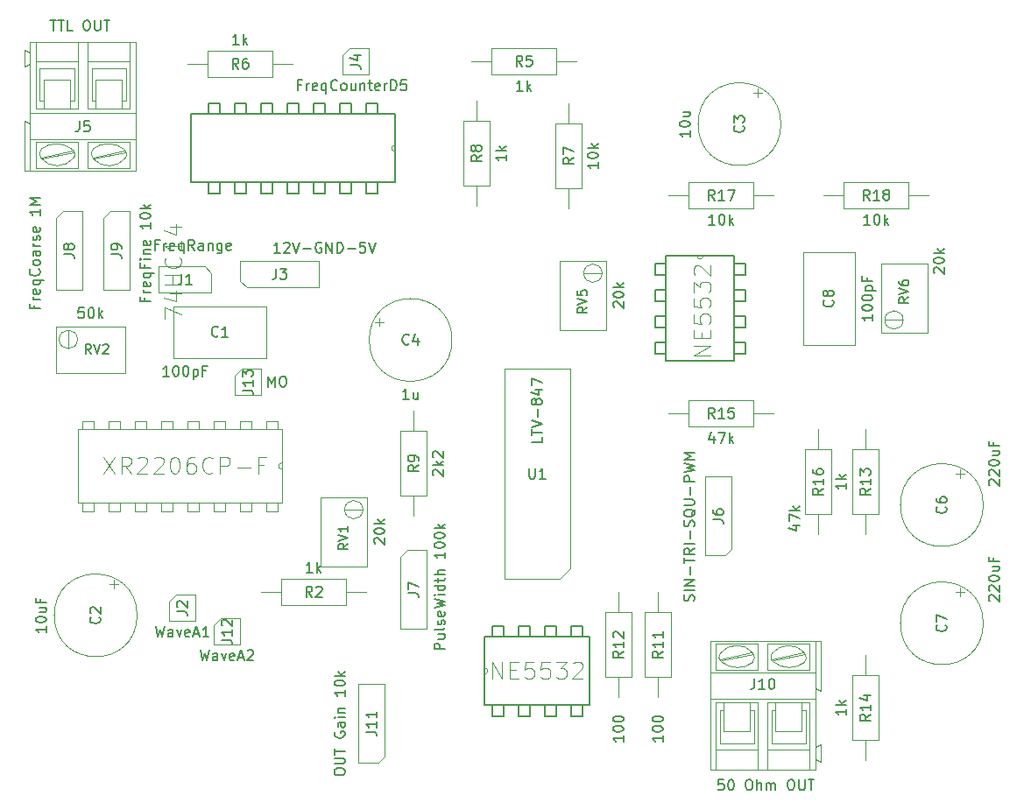
<source format=gbr>
G04 #@! TF.GenerationSoftware,KiCad,Pcbnew,(5.1.5)-3*
G04 #@! TF.CreationDate,2020-03-25T20:54:11+01:00*
G04 #@! TF.ProjectId,FunctiongeneratorMK3Frequency,46756e63-7469-46f6-9e67-656e65726174,rev?*
G04 #@! TF.SameCoordinates,Original*
G04 #@! TF.FileFunction,Other,Fab,Top*
%FSLAX46Y46*%
G04 Gerber Fmt 4.6, Leading zero omitted, Abs format (unit mm)*
G04 Created by KiCad (PCBNEW (5.1.5)-3) date 2020-03-25 20:54:11*
%MOMM*%
%LPD*%
G04 APERTURE LIST*
%ADD10C,0.100000*%
%ADD11C,0.152400*%
%ADD12C,0.150000*%
%ADD13C,0.015000*%
G04 APERTURE END LIST*
D10*
X129437000Y-87964000D02*
X129436000Y-89727000D01*
X129437000Y-87964000D02*
X129436000Y-89727000D01*
X128217000Y-92076000D02*
X134927000Y-92076000D01*
X128217000Y-87576000D02*
X128217000Y-92076000D01*
X134927000Y-87576000D02*
X128217000Y-87576000D01*
X134927000Y-92076000D02*
X134927000Y-87576000D01*
X130327000Y-88846000D02*
G75*
G03X130327000Y-88846000I-890000J0D01*
G01*
X145542000Y-92329000D02*
X146177000Y-91694000D01*
X145542000Y-94234000D02*
X145542000Y-92329000D01*
X148082000Y-94234000D02*
X145542000Y-94234000D01*
X148082000Y-91694000D02*
X148082000Y-94234000D01*
X146177000Y-91694000D02*
X148082000Y-91694000D01*
X143510000Y-116459000D02*
X144145000Y-115824000D01*
X143510000Y-118364000D02*
X143510000Y-116459000D01*
X146050000Y-118364000D02*
X143510000Y-118364000D01*
X146050000Y-115824000D02*
X146050000Y-118364000D01*
X144145000Y-115824000D02*
X146050000Y-115824000D01*
X139192000Y-114173000D02*
X139827000Y-113538000D01*
X139192000Y-116078000D02*
X139192000Y-114173000D01*
X141732000Y-116078000D02*
X139192000Y-116078000D01*
X141732000Y-113538000D02*
X141732000Y-116078000D01*
X139827000Y-113538000D02*
X141732000Y-113538000D01*
X169672000Y-120599200D02*
G75*
G02X169672000Y-121208800I0J-304800D01*
G01*
D11*
X169672000Y-124206000D02*
X179832000Y-124206000D01*
X169672000Y-121208800D02*
X169672000Y-124206000D01*
X169672000Y-120599200D02*
X169672000Y-121208800D01*
X169672000Y-117602000D02*
X169672000Y-120599200D01*
X179832000Y-117602000D02*
X169672000Y-117602000D01*
X179832000Y-124206000D02*
X179832000Y-117602000D01*
X170383200Y-116535200D02*
X170383200Y-117602000D01*
X171500800Y-116535200D02*
X170383200Y-116535200D01*
X171500800Y-117602000D02*
X171500800Y-116535200D01*
X170383200Y-117602000D02*
X171500800Y-117602000D01*
X172923200Y-116535200D02*
X172923200Y-117602000D01*
X174040800Y-116535200D02*
X172923200Y-116535200D01*
X174040800Y-117602000D02*
X174040800Y-116535200D01*
X172923200Y-117602000D02*
X174040800Y-117602000D01*
X175463200Y-116535200D02*
X175463200Y-117602000D01*
X176580800Y-116535200D02*
X175463200Y-116535200D01*
X176580800Y-117602000D02*
X176580800Y-116535200D01*
X175463200Y-117602000D02*
X176580800Y-117602000D01*
X178003200Y-116535200D02*
X178003200Y-117602000D01*
X179120800Y-116535200D02*
X178003200Y-116535200D01*
X179120800Y-117602000D02*
X179120800Y-116535200D01*
X178003200Y-117602000D02*
X179120800Y-117602000D01*
X179120800Y-125272800D02*
X179120800Y-124206000D01*
X178003200Y-125272800D02*
X179120800Y-125272800D01*
X178003200Y-124206000D02*
X178003200Y-125272800D01*
X179120800Y-124206000D02*
X178003200Y-124206000D01*
X176580800Y-125272800D02*
X176580800Y-124206000D01*
X175463200Y-125272800D02*
X176580800Y-125272800D01*
X175463200Y-124206000D02*
X175463200Y-125272800D01*
X176580800Y-124206000D02*
X175463200Y-124206000D01*
X174040800Y-125272800D02*
X174040800Y-124206000D01*
X172923200Y-125272800D02*
X174040800Y-125272800D01*
X172923200Y-124206000D02*
X172923200Y-125272800D01*
X174040800Y-124206000D02*
X172923200Y-124206000D01*
X171500800Y-125272800D02*
X171500800Y-124206000D01*
X170383200Y-125272800D02*
X171500800Y-125272800D01*
X170383200Y-124206000D02*
X170383200Y-125272800D01*
X171500800Y-124206000D02*
X170383200Y-124206000D01*
D10*
X190804800Y-80772000D02*
G75*
G02X190195200Y-80772000I-304800J0D01*
G01*
D11*
X187198000Y-80772000D02*
X187198000Y-90932000D01*
X190195200Y-80772000D02*
X187198000Y-80772000D01*
X190804800Y-80772000D02*
X190195200Y-80772000D01*
X193802000Y-80772000D02*
X190804800Y-80772000D01*
X193802000Y-90932000D02*
X193802000Y-80772000D01*
X187198000Y-90932000D02*
X193802000Y-90932000D01*
X194868800Y-81483200D02*
X193802000Y-81483200D01*
X194868800Y-82600800D02*
X194868800Y-81483200D01*
X193802000Y-82600800D02*
X194868800Y-82600800D01*
X193802000Y-81483200D02*
X193802000Y-82600800D01*
X194868800Y-84023200D02*
X193802000Y-84023200D01*
X194868800Y-85140800D02*
X194868800Y-84023200D01*
X193802000Y-85140800D02*
X194868800Y-85140800D01*
X193802000Y-84023200D02*
X193802000Y-85140800D01*
X194868800Y-86563200D02*
X193802000Y-86563200D01*
X194868800Y-87680800D02*
X194868800Y-86563200D01*
X193802000Y-87680800D02*
X194868800Y-87680800D01*
X193802000Y-86563200D02*
X193802000Y-87680800D01*
X194868800Y-89103200D02*
X193802000Y-89103200D01*
X194868800Y-90220800D02*
X194868800Y-89103200D01*
X193802000Y-90220800D02*
X194868800Y-90220800D01*
X193802000Y-89103200D02*
X193802000Y-90220800D01*
X186131200Y-90220800D02*
X187198000Y-90220800D01*
X186131200Y-89103200D02*
X186131200Y-90220800D01*
X187198000Y-89103200D02*
X186131200Y-89103200D01*
X187198000Y-90220800D02*
X187198000Y-89103200D01*
X186131200Y-87680800D02*
X187198000Y-87680800D01*
X186131200Y-86563200D02*
X186131200Y-87680800D01*
X187198000Y-86563200D02*
X186131200Y-86563200D01*
X187198000Y-87680800D02*
X187198000Y-86563200D01*
X186131200Y-85140800D02*
X187198000Y-85140800D01*
X186131200Y-84023200D02*
X186131200Y-85140800D01*
X187198000Y-84023200D02*
X186131200Y-84023200D01*
X187198000Y-85140800D02*
X187198000Y-84023200D01*
X186131200Y-82600800D02*
X187198000Y-82600800D01*
X186131200Y-81483200D02*
X186131200Y-82600800D01*
X187198000Y-81483200D02*
X186131200Y-81483200D01*
X187198000Y-82600800D02*
X187198000Y-81483200D01*
D10*
X160985200Y-70662800D02*
G75*
G02X160985200Y-70053200I0J304800D01*
G01*
D11*
X160985200Y-67056000D02*
X141274800Y-67056000D01*
X160985200Y-70053200D02*
X160985200Y-67056000D01*
X160985200Y-70662800D02*
X160985200Y-70053200D01*
X160985200Y-73660000D02*
X160985200Y-70662800D01*
X141274800Y-73660000D02*
X160985200Y-73660000D01*
X141274800Y-67056000D02*
X141274800Y-73660000D01*
X159308800Y-74726800D02*
X159308800Y-73660000D01*
X158191200Y-74726800D02*
X159308800Y-74726800D01*
X158191200Y-73660000D02*
X158191200Y-74726800D01*
X159308800Y-73660000D02*
X158191200Y-73660000D01*
X156768800Y-74726800D02*
X156768800Y-73660000D01*
X155651200Y-74726800D02*
X156768800Y-74726800D01*
X155651200Y-73660000D02*
X155651200Y-74726800D01*
X156768800Y-73660000D02*
X155651200Y-73660000D01*
X154228800Y-74726800D02*
X154228800Y-73660000D01*
X153111200Y-74726800D02*
X154228800Y-74726800D01*
X153111200Y-73660000D02*
X153111200Y-74726800D01*
X154228800Y-73660000D02*
X153111200Y-73660000D01*
X151688800Y-74726800D02*
X151688800Y-73660000D01*
X150571200Y-74726800D02*
X151688800Y-74726800D01*
X150571200Y-73660000D02*
X150571200Y-74726800D01*
X151688800Y-73660000D02*
X150571200Y-73660000D01*
X149148800Y-74726800D02*
X149148800Y-73660000D01*
X148031200Y-74726800D02*
X149148800Y-74726800D01*
X148031200Y-73660000D02*
X148031200Y-74726800D01*
X149148800Y-73660000D02*
X148031200Y-73660000D01*
X146608800Y-74726800D02*
X146608800Y-73660000D01*
X145491200Y-74726800D02*
X146608800Y-74726800D01*
X145491200Y-73660000D02*
X145491200Y-74726800D01*
X146608800Y-73660000D02*
X145491200Y-73660000D01*
X144068800Y-74726800D02*
X144068800Y-73660000D01*
X142951200Y-74726800D02*
X144068800Y-74726800D01*
X142951200Y-73660000D02*
X142951200Y-74726800D01*
X144068800Y-73660000D02*
X142951200Y-73660000D01*
X142951200Y-65989200D02*
X142951200Y-67056000D01*
X144068800Y-65989200D02*
X142951200Y-65989200D01*
X144068800Y-67056000D02*
X144068800Y-65989200D01*
X142951200Y-67056000D02*
X144068800Y-67056000D01*
X145491200Y-65989200D02*
X145491200Y-67056000D01*
X146608800Y-65989200D02*
X145491200Y-65989200D01*
X146608800Y-67056000D02*
X146608800Y-65989200D01*
X145491200Y-67056000D02*
X146608800Y-67056000D01*
X148031200Y-65989200D02*
X148031200Y-67056000D01*
X149148800Y-65989200D02*
X148031200Y-65989200D01*
X149148800Y-67056000D02*
X149148800Y-65989200D01*
X148031200Y-67056000D02*
X149148800Y-67056000D01*
X150571200Y-65989200D02*
X150571200Y-67056000D01*
X151688800Y-65989200D02*
X150571200Y-65989200D01*
X151688800Y-67056000D02*
X151688800Y-65989200D01*
X150571200Y-67056000D02*
X151688800Y-67056000D01*
X153111200Y-65989200D02*
X153111200Y-67056000D01*
X154228800Y-65989200D02*
X153111200Y-65989200D01*
X154228800Y-67056000D02*
X154228800Y-65989200D01*
X153111200Y-67056000D02*
X154228800Y-67056000D01*
X155651200Y-65989200D02*
X155651200Y-67056000D01*
X156768800Y-65989200D02*
X155651200Y-65989200D01*
X156768800Y-67056000D02*
X156768800Y-65989200D01*
X155651200Y-67056000D02*
X156768800Y-67056000D01*
X158191200Y-65989200D02*
X158191200Y-67056000D01*
X159308800Y-65989200D02*
X158191200Y-65989200D01*
X159308800Y-67056000D02*
X159308800Y-65989200D01*
X158191200Y-67056000D02*
X159308800Y-67056000D01*
D10*
X150063200Y-101396800D02*
G75*
G02X150063200Y-100787200I0J304800D01*
G01*
X150063200Y-97536000D02*
X130352800Y-97536000D01*
X150063200Y-100787200D02*
X150063200Y-97536000D01*
X150063200Y-101396800D02*
X150063200Y-100787200D01*
X150063200Y-104648000D02*
X150063200Y-101396800D01*
X130352800Y-104648000D02*
X150063200Y-104648000D01*
X130352800Y-97536000D02*
X130352800Y-104648000D01*
X149656800Y-105460800D02*
X149656800Y-104648000D01*
X148539200Y-105460800D02*
X149656800Y-105460800D01*
X148539200Y-104648000D02*
X148539200Y-105460800D01*
X149656800Y-104648000D02*
X148539200Y-104648000D01*
X147116800Y-105460800D02*
X147116800Y-104648000D01*
X145999200Y-105460800D02*
X147116800Y-105460800D01*
X145999200Y-104648000D02*
X145999200Y-105460800D01*
X147116800Y-104648000D02*
X145999200Y-104648000D01*
X144576800Y-105460800D02*
X144576800Y-104648000D01*
X143459200Y-105460800D02*
X144576800Y-105460800D01*
X143459200Y-104648000D02*
X143459200Y-105460800D01*
X144576800Y-104648000D02*
X143459200Y-104648000D01*
X142036800Y-105460800D02*
X142036800Y-104648000D01*
X140919200Y-105460800D02*
X142036800Y-105460800D01*
X140919200Y-104648000D02*
X140919200Y-105460800D01*
X142036800Y-104648000D02*
X140919200Y-104648000D01*
X139496800Y-105460800D02*
X139496800Y-104648000D01*
X138379200Y-105460800D02*
X139496800Y-105460800D01*
X138379200Y-104648000D02*
X138379200Y-105460800D01*
X139496800Y-104648000D02*
X138379200Y-104648000D01*
X136956800Y-105460800D02*
X136956800Y-104648000D01*
X135839200Y-105460800D02*
X136956800Y-105460800D01*
X135839200Y-104648000D02*
X135839200Y-105460800D01*
X136956800Y-104648000D02*
X135839200Y-104648000D01*
X134416800Y-105460800D02*
X134416800Y-104648000D01*
X133299200Y-105460800D02*
X134416800Y-105460800D01*
X133299200Y-104648000D02*
X133299200Y-105460800D01*
X134416800Y-104648000D02*
X133299200Y-104648000D01*
X131876800Y-105460800D02*
X131876800Y-104648000D01*
X130759200Y-105460800D02*
X131876800Y-105460800D01*
X130759200Y-104648000D02*
X130759200Y-105460800D01*
X131876800Y-104648000D02*
X130759200Y-104648000D01*
X130759200Y-96723200D02*
X130759200Y-97536000D01*
X131876800Y-96723200D02*
X130759200Y-96723200D01*
X131876800Y-97536000D02*
X131876800Y-96723200D01*
X130759200Y-97536000D02*
X131876800Y-97536000D01*
X133299200Y-96723200D02*
X133299200Y-97536000D01*
X134416800Y-96723200D02*
X133299200Y-96723200D01*
X134416800Y-97536000D02*
X134416800Y-96723200D01*
X133299200Y-97536000D02*
X134416800Y-97536000D01*
X135839200Y-96723200D02*
X135839200Y-97536000D01*
X136956800Y-96723200D02*
X135839200Y-96723200D01*
X136956800Y-97536000D02*
X136956800Y-96723200D01*
X135839200Y-97536000D02*
X136956800Y-97536000D01*
X138379200Y-96723200D02*
X138379200Y-97536000D01*
X139496800Y-96723200D02*
X138379200Y-96723200D01*
X139496800Y-97536000D02*
X139496800Y-96723200D01*
X138379200Y-97536000D02*
X139496800Y-97536000D01*
X140919200Y-96723200D02*
X140919200Y-97536000D01*
X142036800Y-96723200D02*
X140919200Y-96723200D01*
X142036800Y-97536000D02*
X142036800Y-96723200D01*
X140919200Y-97536000D02*
X142036800Y-97536000D01*
X143459200Y-96723200D02*
X143459200Y-97536000D01*
X144576800Y-96723200D02*
X143459200Y-96723200D01*
X144576800Y-97536000D02*
X144576800Y-96723200D01*
X143459200Y-97536000D02*
X144576800Y-97536000D01*
X145999200Y-96723200D02*
X145999200Y-97536000D01*
X147116800Y-96723200D02*
X145999200Y-96723200D01*
X147116800Y-97536000D02*
X147116800Y-96723200D01*
X145999200Y-97536000D02*
X147116800Y-97536000D01*
X148539200Y-96723200D02*
X148539200Y-97536000D01*
X149656800Y-96723200D02*
X148539200Y-96723200D01*
X149656800Y-97536000D02*
X149656800Y-96723200D01*
X148539200Y-97536000D02*
X149656800Y-97536000D01*
X177927000Y-111014000D02*
X176927000Y-112014000D01*
X177927000Y-91694000D02*
X177927000Y-111014000D01*
X171577000Y-91694000D02*
X177927000Y-91694000D01*
X171577000Y-112014000D02*
X171577000Y-91694000D01*
X176927000Y-112014000D02*
X171577000Y-112014000D01*
X208360000Y-86971000D02*
X210123000Y-86972000D01*
X208360000Y-86971000D02*
X210123000Y-86972000D01*
X212472000Y-88191000D02*
X212472000Y-81481000D01*
X207972000Y-88191000D02*
X212472000Y-88191000D01*
X207972000Y-81481000D02*
X207972000Y-88191000D01*
X212472000Y-81481000D02*
X207972000Y-81481000D01*
X210132000Y-86971000D02*
G75*
G03X210132000Y-86971000I-890000J0D01*
G01*
X181022000Y-82447000D02*
X179259000Y-82446000D01*
X181022000Y-82447000D02*
X179259000Y-82446000D01*
X176910000Y-81227000D02*
X176910000Y-87937000D01*
X181410000Y-81227000D02*
X176910000Y-81227000D01*
X181410000Y-87937000D02*
X181410000Y-81227000D01*
X176910000Y-87937000D02*
X181410000Y-87937000D01*
X181030000Y-82447000D02*
G75*
G03X181030000Y-82447000I-890000J0D01*
G01*
X157908000Y-105307000D02*
X156145000Y-105306000D01*
X157908000Y-105307000D02*
X156145000Y-105306000D01*
X153796000Y-104087000D02*
X153796000Y-110797000D01*
X158296000Y-104087000D02*
X153796000Y-104087000D01*
X158296000Y-110797000D02*
X158296000Y-104087000D01*
X153796000Y-110797000D02*
X158296000Y-110797000D01*
X157916000Y-105307000D02*
G75*
G03X157916000Y-105307000I-890000J0D01*
G01*
X212598000Y-74930000D02*
X210668000Y-74930000D01*
X202438000Y-74930000D02*
X204368000Y-74930000D01*
X210668000Y-73680000D02*
X204368000Y-73680000D01*
X210668000Y-76180000D02*
X210668000Y-73680000D01*
X204368000Y-76180000D02*
X210668000Y-76180000D01*
X204368000Y-73680000D02*
X204368000Y-76180000D01*
X197612000Y-74930000D02*
X195682000Y-74930000D01*
X187452000Y-74930000D02*
X189382000Y-74930000D01*
X195682000Y-73680000D02*
X189382000Y-73680000D01*
X195682000Y-76180000D02*
X195682000Y-73680000D01*
X189382000Y-76180000D02*
X195682000Y-76180000D01*
X189382000Y-73680000D02*
X189382000Y-76180000D01*
X201930000Y-97536000D02*
X201930000Y-99466000D01*
X201930000Y-107696000D02*
X201930000Y-105766000D01*
X200680000Y-99466000D02*
X200680000Y-105766000D01*
X203180000Y-99466000D02*
X200680000Y-99466000D01*
X203180000Y-105766000D02*
X203180000Y-99466000D01*
X200680000Y-105766000D02*
X203180000Y-105766000D01*
X197612000Y-96012000D02*
X195682000Y-96012000D01*
X187452000Y-96012000D02*
X189382000Y-96012000D01*
X195682000Y-94762000D02*
X189382000Y-94762000D01*
X195682000Y-97262000D02*
X195682000Y-94762000D01*
X189382000Y-97262000D02*
X195682000Y-97262000D01*
X189382000Y-94762000D02*
X189382000Y-97262000D01*
X206502000Y-129540000D02*
X206502000Y-127610000D01*
X206502000Y-119380000D02*
X206502000Y-121310000D01*
X207752000Y-127610000D02*
X207752000Y-121310000D01*
X205252000Y-127610000D02*
X207752000Y-127610000D01*
X205252000Y-121310000D02*
X205252000Y-127610000D01*
X207752000Y-121310000D02*
X205252000Y-121310000D01*
X206502000Y-107696000D02*
X206502000Y-105766000D01*
X206502000Y-97536000D02*
X206502000Y-99466000D01*
X207752000Y-105766000D02*
X207752000Y-99466000D01*
X205252000Y-105766000D02*
X207752000Y-105766000D01*
X205252000Y-99466000D02*
X205252000Y-105766000D01*
X207752000Y-99466000D02*
X205252000Y-99466000D01*
X182626000Y-113284000D02*
X182626000Y-115214000D01*
X182626000Y-123444000D02*
X182626000Y-121514000D01*
X181376000Y-115214000D02*
X181376000Y-121514000D01*
X183876000Y-115214000D02*
X181376000Y-115214000D01*
X183876000Y-121514000D02*
X183876000Y-115214000D01*
X181376000Y-121514000D02*
X183876000Y-121514000D01*
X186436000Y-113284000D02*
X186436000Y-115214000D01*
X186436000Y-123444000D02*
X186436000Y-121514000D01*
X185186000Y-115214000D02*
X185186000Y-121514000D01*
X187686000Y-115214000D02*
X185186000Y-115214000D01*
X187686000Y-121514000D02*
X187686000Y-115214000D01*
X185186000Y-121514000D02*
X187686000Y-121514000D01*
X162814000Y-95758000D02*
X162814000Y-97688000D01*
X162814000Y-105918000D02*
X162814000Y-103988000D01*
X161564000Y-97688000D02*
X161564000Y-103988000D01*
X164064000Y-97688000D02*
X161564000Y-97688000D01*
X164064000Y-103988000D02*
X164064000Y-97688000D01*
X161564000Y-103988000D02*
X164064000Y-103988000D01*
X168910000Y-65786000D02*
X168910000Y-67716000D01*
X168910000Y-75946000D02*
X168910000Y-74016000D01*
X167660000Y-67716000D02*
X167660000Y-74016000D01*
X170160000Y-67716000D02*
X167660000Y-67716000D01*
X170160000Y-74016000D02*
X170160000Y-67716000D01*
X167660000Y-74016000D02*
X170160000Y-74016000D01*
X177800000Y-66040000D02*
X177800000Y-67970000D01*
X177800000Y-76200000D02*
X177800000Y-74270000D01*
X176550000Y-67970000D02*
X176550000Y-74270000D01*
X179050000Y-67970000D02*
X176550000Y-67970000D01*
X179050000Y-74270000D02*
X179050000Y-67970000D01*
X176550000Y-74270000D02*
X179050000Y-74270000D01*
X140970000Y-62230000D02*
X142900000Y-62230000D01*
X151130000Y-62230000D02*
X149200000Y-62230000D01*
X142900000Y-63480000D02*
X149200000Y-63480000D01*
X142900000Y-60980000D02*
X142900000Y-63480000D01*
X149200000Y-60980000D02*
X142900000Y-60980000D01*
X149200000Y-63480000D02*
X149200000Y-60980000D01*
X178562000Y-61976000D02*
X176632000Y-61976000D01*
X168402000Y-61976000D02*
X170332000Y-61976000D01*
X176632000Y-60726000D02*
X170332000Y-60726000D01*
X176632000Y-63226000D02*
X176632000Y-60726000D01*
X170332000Y-63226000D02*
X176632000Y-63226000D01*
X170332000Y-60726000D02*
X170332000Y-63226000D01*
X148082000Y-113284000D02*
X150012000Y-113284000D01*
X158242000Y-113284000D02*
X156312000Y-113284000D01*
X150012000Y-114534000D02*
X156312000Y-114534000D01*
X150012000Y-112034000D02*
X150012000Y-114534000D01*
X156312000Y-112034000D02*
X150012000Y-112034000D01*
X156312000Y-114534000D02*
X156312000Y-112034000D01*
X160020000Y-129159000D02*
X159385000Y-129794000D01*
X160020000Y-122174000D02*
X160020000Y-129159000D01*
X157480000Y-122174000D02*
X160020000Y-122174000D01*
X157480000Y-129794000D02*
X157480000Y-122174000D01*
X159385000Y-129794000D02*
X157480000Y-129794000D01*
X192493028Y-119147301D02*
G75*
G03X192636000Y-120076000I432972J-408699D01*
G01*
X195595976Y-119134466D02*
G75*
G03X192436000Y-119206000I-1549976J-1361534D01*
G01*
X192596171Y-120047418D02*
G75*
G03X195586000Y-120086000I1519829J1911418D01*
G01*
X195541620Y-120119996D02*
G75*
G03X195586000Y-119156000I-455620J503996D01*
G01*
X197493028Y-119147301D02*
G75*
G03X197636000Y-120076000I432972J-408699D01*
G01*
X200594239Y-119144313D02*
G75*
G03X197446000Y-119206000I-1548239J-1351687D01*
G01*
X197603667Y-120037737D02*
G75*
G03X200586000Y-120086000I1522333J1901737D01*
G01*
X200541532Y-120129995D02*
G75*
G03X200596000Y-119156000I-455532J513995D01*
G01*
X197416000Y-123956000D02*
X200726000Y-123956000D01*
X197036000Y-123956000D02*
X197416000Y-123956000D01*
X201106000Y-123956000D02*
X200726000Y-123956000D01*
X200726000Y-123566000D02*
X197416000Y-123566000D01*
X201666000Y-123566000D02*
X200726000Y-123566000D01*
X195716000Y-123566000D02*
X197416000Y-123566000D01*
X192416000Y-123566000D02*
X195716000Y-123566000D01*
X191476000Y-123566000D02*
X192416000Y-123566000D01*
X195716000Y-123956000D02*
X192416000Y-123956000D01*
X196096000Y-123956000D02*
X195716000Y-123956000D01*
X192036000Y-123956000D02*
X192416000Y-123956000D01*
X192566000Y-119886000D02*
X195616000Y-119256000D01*
X192436000Y-119756000D02*
X195496000Y-119126000D01*
X197576000Y-119886000D02*
X200616000Y-119256000D01*
X197446000Y-119756000D02*
X200496000Y-119126000D01*
X196096000Y-118236000D02*
X192036000Y-118236000D01*
X192036000Y-120776000D02*
X192036000Y-118236000D01*
X196096000Y-120776000D02*
X192036000Y-120776000D01*
X196096000Y-120776000D02*
X196096000Y-118236000D01*
X201106000Y-120776000D02*
X197036000Y-120776000D01*
X201106000Y-118236000D02*
X201106000Y-120776000D01*
X197036000Y-118236000D02*
X201106000Y-118236000D01*
X197036000Y-120776000D02*
X197036000Y-118236000D01*
X201666000Y-121036000D02*
X201666000Y-122556000D01*
X191476000Y-121036000D02*
X191476000Y-117986000D01*
X191476000Y-121036000D02*
X201666000Y-121036000D01*
X201666000Y-123566000D02*
X201666000Y-128266000D01*
X201666000Y-122556000D02*
X201666000Y-123566000D01*
X191476000Y-123566000D02*
X191476000Y-121036000D01*
X191476000Y-130426000D02*
X191476000Y-123566000D01*
X200726000Y-124716000D02*
X200336000Y-124716000D01*
X197416000Y-124716000D02*
X197796000Y-124716000D01*
X195716000Y-124716000D02*
X195336000Y-124716000D01*
X192416000Y-124716000D02*
X192796000Y-124716000D01*
X192416000Y-127886000D02*
X192416000Y-124716000D01*
X195716000Y-127886000D02*
X192416000Y-127886000D01*
X195716000Y-127886000D02*
X195716000Y-124716000D01*
X197416000Y-127886000D02*
X197416000Y-124716000D01*
X200726000Y-127886000D02*
X197416000Y-127886000D01*
X200726000Y-127886000D02*
X200726000Y-124716000D01*
X192036000Y-128526000D02*
X192036000Y-130426000D01*
X196096000Y-128526000D02*
X196096000Y-123956000D01*
X196096000Y-128526000D02*
X192036000Y-128526000D01*
X201106000Y-128526000D02*
X201106000Y-130426000D01*
X197036000Y-128526000D02*
X197036000Y-123956000D01*
X197036000Y-128526000D02*
X201106000Y-128526000D01*
X192036000Y-130426000D02*
X196096000Y-130426000D01*
X191476000Y-130426000D02*
X192036000Y-130426000D01*
X192036000Y-123956000D02*
X192036000Y-128526000D01*
X196096000Y-130426000D02*
X197036000Y-130426000D01*
X196096000Y-130426000D02*
X196096000Y-128526000D01*
X201106000Y-130426000D02*
X201666000Y-130426000D01*
X197036000Y-130426000D02*
X201106000Y-130426000D01*
X201106000Y-123956000D02*
X201106000Y-128526000D01*
X197036000Y-130426000D02*
X197036000Y-128526000D01*
X202166000Y-128016000D02*
X202166000Y-129666000D01*
X201666000Y-128266000D02*
X201666000Y-129416000D01*
X202166000Y-128016000D02*
X201666000Y-128266000D01*
X201666000Y-129416000D02*
X201666000Y-130426000D01*
X202166000Y-129666000D02*
X201666000Y-129416000D01*
X202166000Y-122806000D02*
X201666000Y-122556000D01*
X202166000Y-117986000D02*
X202166000Y-122806000D01*
X201666000Y-117986000D02*
X202166000Y-117986000D01*
X201666000Y-117986000D02*
X191476000Y-117986000D01*
X201666000Y-117986000D02*
X201666000Y-121036000D01*
X197796000Y-126746000D02*
X197796000Y-123956000D01*
X197796000Y-123956000D02*
X200336000Y-123956000D01*
X200336000Y-126746000D02*
X200336000Y-123956000D01*
X197796000Y-126746000D02*
X200336000Y-126746000D01*
X192796000Y-126746000D02*
X192796000Y-123956000D01*
X192796000Y-123956000D02*
X195336000Y-123956000D01*
X195336000Y-126746000D02*
X195336000Y-123956000D01*
X192796000Y-126746000D02*
X195336000Y-126746000D01*
X132842000Y-77089000D02*
X133477000Y-76454000D01*
X132842000Y-84074000D02*
X132842000Y-77089000D01*
X135382000Y-84074000D02*
X132842000Y-84074000D01*
X135382000Y-76454000D02*
X135382000Y-84074000D01*
X133477000Y-76454000D02*
X135382000Y-76454000D01*
X128270000Y-77089000D02*
X128905000Y-76454000D01*
X128270000Y-84074000D02*
X128270000Y-77089000D01*
X130810000Y-84074000D02*
X128270000Y-84074000D01*
X130810000Y-76454000D02*
X130810000Y-84074000D01*
X128905000Y-76454000D02*
X130810000Y-76454000D01*
X161544000Y-109855000D02*
X162179000Y-109220000D01*
X161544000Y-116840000D02*
X161544000Y-109855000D01*
X164084000Y-116840000D02*
X161544000Y-116840000D01*
X164084000Y-109220000D02*
X164084000Y-116840000D01*
X162179000Y-109220000D02*
X164084000Y-109220000D01*
X193548000Y-109093000D02*
X192913000Y-109728000D01*
X193548000Y-102108000D02*
X193548000Y-109093000D01*
X191008000Y-102108000D02*
X193548000Y-102108000D01*
X191008000Y-109728000D02*
X191008000Y-102108000D01*
X192913000Y-109728000D02*
X191008000Y-109728000D01*
X134912972Y-71352699D02*
G75*
G03X134770000Y-70424000I-432972J408699D01*
G01*
X131810024Y-71365534D02*
G75*
G03X134970000Y-71294000I1549976J1361534D01*
G01*
X134809829Y-70452582D02*
G75*
G03X131820000Y-70414000I-1519829J-1911418D01*
G01*
X131864380Y-70380004D02*
G75*
G03X131820000Y-71344000I455620J-503996D01*
G01*
X129912972Y-71352699D02*
G75*
G03X129770000Y-70424000I-432972J408699D01*
G01*
X126811761Y-71355687D02*
G75*
G03X129960000Y-71294000I1548239J1351687D01*
G01*
X129802333Y-70462263D02*
G75*
G03X126820000Y-70414000I-1522333J-1901737D01*
G01*
X126864468Y-70370005D02*
G75*
G03X126810000Y-71344000I455532J-513995D01*
G01*
X129990000Y-66544000D02*
X126680000Y-66544000D01*
X130370000Y-66544000D02*
X129990000Y-66544000D01*
X126300000Y-66544000D02*
X126680000Y-66544000D01*
X126680000Y-66934000D02*
X129990000Y-66934000D01*
X125740000Y-66934000D02*
X126680000Y-66934000D01*
X131690000Y-66934000D02*
X129990000Y-66934000D01*
X134990000Y-66934000D02*
X131690000Y-66934000D01*
X135930000Y-66934000D02*
X134990000Y-66934000D01*
X131690000Y-66544000D02*
X134990000Y-66544000D01*
X131310000Y-66544000D02*
X131690000Y-66544000D01*
X135370000Y-66544000D02*
X134990000Y-66544000D01*
X134840000Y-70614000D02*
X131790000Y-71244000D01*
X134970000Y-70744000D02*
X131910000Y-71374000D01*
X129830000Y-70614000D02*
X126790000Y-71244000D01*
X129960000Y-70744000D02*
X126910000Y-71374000D01*
X131310000Y-72264000D02*
X135370000Y-72264000D01*
X135370000Y-69724000D02*
X135370000Y-72264000D01*
X131310000Y-69724000D02*
X135370000Y-69724000D01*
X131310000Y-69724000D02*
X131310000Y-72264000D01*
X126300000Y-69724000D02*
X130370000Y-69724000D01*
X126300000Y-72264000D02*
X126300000Y-69724000D01*
X130370000Y-72264000D02*
X126300000Y-72264000D01*
X130370000Y-69724000D02*
X130370000Y-72264000D01*
X125740000Y-69464000D02*
X125740000Y-67944000D01*
X135930000Y-69464000D02*
X135930000Y-72514000D01*
X135930000Y-69464000D02*
X125740000Y-69464000D01*
X125740000Y-66934000D02*
X125740000Y-62234000D01*
X125740000Y-67944000D02*
X125740000Y-66934000D01*
X135930000Y-66934000D02*
X135930000Y-69464000D01*
X135930000Y-60074000D02*
X135930000Y-66934000D01*
X126680000Y-65784000D02*
X127070000Y-65784000D01*
X129990000Y-65784000D02*
X129610000Y-65784000D01*
X131690000Y-65784000D02*
X132070000Y-65784000D01*
X134990000Y-65784000D02*
X134610000Y-65784000D01*
X134990000Y-62614000D02*
X134990000Y-65784000D01*
X131690000Y-62614000D02*
X134990000Y-62614000D01*
X131690000Y-62614000D02*
X131690000Y-65784000D01*
X129990000Y-62614000D02*
X129990000Y-65784000D01*
X126680000Y-62614000D02*
X129990000Y-62614000D01*
X126680000Y-62614000D02*
X126680000Y-65784000D01*
X135370000Y-61974000D02*
X135370000Y-60074000D01*
X131310000Y-61974000D02*
X131310000Y-66544000D01*
X131310000Y-61974000D02*
X135370000Y-61974000D01*
X126300000Y-61974000D02*
X126300000Y-60074000D01*
X130370000Y-61974000D02*
X130370000Y-66544000D01*
X130370000Y-61974000D02*
X126300000Y-61974000D01*
X135370000Y-60074000D02*
X131310000Y-60074000D01*
X135930000Y-60074000D02*
X135370000Y-60074000D01*
X135370000Y-66544000D02*
X135370000Y-61974000D01*
X131310000Y-60074000D02*
X130370000Y-60074000D01*
X131310000Y-60074000D02*
X131310000Y-61974000D01*
X126300000Y-60074000D02*
X125740000Y-60074000D01*
X130370000Y-60074000D02*
X126300000Y-60074000D01*
X126300000Y-66544000D02*
X126300000Y-61974000D01*
X130370000Y-60074000D02*
X130370000Y-61974000D01*
X125240000Y-62484000D02*
X125240000Y-60834000D01*
X125740000Y-62234000D02*
X125740000Y-61084000D01*
X125240000Y-62484000D02*
X125740000Y-62234000D01*
X125740000Y-61084000D02*
X125740000Y-60074000D01*
X125240000Y-60834000D02*
X125740000Y-61084000D01*
X125240000Y-67694000D02*
X125740000Y-67944000D01*
X125240000Y-72514000D02*
X125240000Y-67694000D01*
X125740000Y-72514000D02*
X125240000Y-72514000D01*
X125740000Y-72514000D02*
X135930000Y-72514000D01*
X125740000Y-72514000D02*
X125740000Y-69464000D01*
X129610000Y-63754000D02*
X129610000Y-66544000D01*
X129610000Y-66544000D02*
X127070000Y-66544000D01*
X127070000Y-63754000D02*
X127070000Y-66544000D01*
X129610000Y-63754000D02*
X127070000Y-63754000D01*
X134610000Y-63754000D02*
X134610000Y-66544000D01*
X134610000Y-66544000D02*
X132070000Y-66544000D01*
X132070000Y-63754000D02*
X132070000Y-66544000D01*
X134610000Y-63754000D02*
X132070000Y-63754000D01*
X155956000Y-61341000D02*
X156591000Y-60706000D01*
X155956000Y-63246000D02*
X155956000Y-61341000D01*
X158496000Y-63246000D02*
X155956000Y-63246000D01*
X158496000Y-60706000D02*
X158496000Y-63246000D01*
X156591000Y-60706000D02*
X158496000Y-60706000D01*
X146685000Y-83820000D02*
X146050000Y-83185000D01*
X153670000Y-83820000D02*
X146685000Y-83820000D01*
X153670000Y-81280000D02*
X153670000Y-83820000D01*
X146050000Y-81280000D02*
X153670000Y-81280000D01*
X146050000Y-83185000D02*
X146050000Y-81280000D01*
X142621000Y-81788000D02*
X143256000Y-82423000D01*
X138176000Y-81788000D02*
X142621000Y-81788000D01*
X138176000Y-84328000D02*
X138176000Y-81788000D01*
X143256000Y-84328000D02*
X138176000Y-84328000D01*
X143256000Y-82423000D02*
X143256000Y-84328000D01*
X200446000Y-80396000D02*
X200446000Y-89396000D01*
X205446000Y-80396000D02*
X200446000Y-80396000D01*
X205446000Y-89396000D02*
X205446000Y-80396000D01*
X200446000Y-89396000D02*
X205446000Y-89396000D01*
X216015500Y-113265241D02*
X215215500Y-113265241D01*
X215615500Y-112865241D02*
X215615500Y-113665241D01*
X217868000Y-116292000D02*
G75*
G03X217868000Y-116292000I-4000000J0D01*
G01*
X216015500Y-101835241D02*
X215215500Y-101835241D01*
X215615500Y-101435241D02*
X215615500Y-102235241D01*
X217868000Y-104862000D02*
G75*
G03X217868000Y-104862000I-4000000J0D01*
G01*
X159493241Y-86752500D02*
X159493241Y-87552500D01*
X159093241Y-87152500D02*
X159893241Y-87152500D01*
X166520000Y-88900000D02*
G75*
G03X166520000Y-88900000I-4000000J0D01*
G01*
X196457500Y-65005241D02*
X195657500Y-65005241D01*
X196057500Y-64605241D02*
X196057500Y-65405241D01*
X198310000Y-68032000D02*
G75*
G03X198310000Y-68032000I-4000000J0D01*
G01*
X134227500Y-112503241D02*
X133427500Y-112503241D01*
X133827500Y-112103241D02*
X133827500Y-112903241D01*
X136080000Y-115530000D02*
G75*
G03X136080000Y-115530000I-4000000J0D01*
G01*
X139578000Y-90638000D02*
X148578000Y-90638000D01*
X139578000Y-85638000D02*
X139578000Y-90638000D01*
X148578000Y-85638000D02*
X139578000Y-85638000D01*
X148578000Y-90638000D02*
X148578000Y-85638000D01*
D12*
X130929142Y-85778380D02*
X130452952Y-85778380D01*
X130405333Y-86254571D01*
X130452952Y-86206952D01*
X130548190Y-86159333D01*
X130786285Y-86159333D01*
X130881523Y-86206952D01*
X130929142Y-86254571D01*
X130976761Y-86349809D01*
X130976761Y-86587904D01*
X130929142Y-86683142D01*
X130881523Y-86730761D01*
X130786285Y-86778380D01*
X130548190Y-86778380D01*
X130452952Y-86730761D01*
X130405333Y-86683142D01*
X131595809Y-85778380D02*
X131691047Y-85778380D01*
X131786285Y-85826000D01*
X131833904Y-85873619D01*
X131881523Y-85968857D01*
X131929142Y-86159333D01*
X131929142Y-86397428D01*
X131881523Y-86587904D01*
X131833904Y-86683142D01*
X131786285Y-86730761D01*
X131691047Y-86778380D01*
X131595809Y-86778380D01*
X131500571Y-86730761D01*
X131452952Y-86683142D01*
X131405333Y-86587904D01*
X131357714Y-86397428D01*
X131357714Y-86159333D01*
X131405333Y-85968857D01*
X131452952Y-85873619D01*
X131500571Y-85826000D01*
X131595809Y-85778380D01*
X132357714Y-86778380D02*
X132357714Y-85778380D01*
X132452952Y-86397428D02*
X132738666Y-86778380D01*
X132738666Y-86111714D02*
X132357714Y-86492666D01*
X131634380Y-90242190D02*
X131327714Y-89804095D01*
X131108666Y-90242190D02*
X131108666Y-89322190D01*
X131459142Y-89322190D01*
X131546761Y-89366000D01*
X131590571Y-89409809D01*
X131634380Y-89497428D01*
X131634380Y-89628857D01*
X131590571Y-89716476D01*
X131546761Y-89760285D01*
X131459142Y-89804095D01*
X131108666Y-89804095D01*
X131897238Y-89322190D02*
X132203904Y-90242190D01*
X132510571Y-89322190D01*
X132773428Y-89409809D02*
X132817238Y-89366000D01*
X132904857Y-89322190D01*
X133123904Y-89322190D01*
X133211523Y-89366000D01*
X133255333Y-89409809D01*
X133299142Y-89497428D01*
X133299142Y-89585047D01*
X133255333Y-89716476D01*
X132729619Y-90242190D01*
X133299142Y-90242190D01*
X148748857Y-93416380D02*
X148748857Y-92416380D01*
X149082190Y-93130666D01*
X149415523Y-92416380D01*
X149415523Y-93416380D01*
X150082190Y-92416380D02*
X150272666Y-92416380D01*
X150367904Y-92464000D01*
X150463142Y-92559238D01*
X150510761Y-92749714D01*
X150510761Y-93083047D01*
X150463142Y-93273523D01*
X150367904Y-93368761D01*
X150272666Y-93416380D01*
X150082190Y-93416380D01*
X149986952Y-93368761D01*
X149891714Y-93273523D01*
X149844095Y-93083047D01*
X149844095Y-92749714D01*
X149891714Y-92559238D01*
X149986952Y-92464000D01*
X150082190Y-92416380D01*
X146264380Y-93773523D02*
X146978666Y-93773523D01*
X147121523Y-93821142D01*
X147216761Y-93916380D01*
X147264380Y-94059238D01*
X147264380Y-94154476D01*
X147264380Y-92773523D02*
X147264380Y-93344952D01*
X147264380Y-93059238D02*
X146264380Y-93059238D01*
X146407238Y-93154476D01*
X146502476Y-93249714D01*
X146550095Y-93344952D01*
X146264380Y-92440190D02*
X146264380Y-91821142D01*
X146645333Y-92154476D01*
X146645333Y-92011619D01*
X146692952Y-91916380D01*
X146740571Y-91868761D01*
X146835809Y-91821142D01*
X147073904Y-91821142D01*
X147169142Y-91868761D01*
X147216761Y-91916380D01*
X147264380Y-92011619D01*
X147264380Y-92297333D01*
X147216761Y-92392571D01*
X147169142Y-92440190D01*
X142184761Y-118876380D02*
X142422857Y-119876380D01*
X142613333Y-119162095D01*
X142803809Y-119876380D01*
X143041904Y-118876380D01*
X143851428Y-119876380D02*
X143851428Y-119352571D01*
X143803809Y-119257333D01*
X143708571Y-119209714D01*
X143518095Y-119209714D01*
X143422857Y-119257333D01*
X143851428Y-119828761D02*
X143756190Y-119876380D01*
X143518095Y-119876380D01*
X143422857Y-119828761D01*
X143375238Y-119733523D01*
X143375238Y-119638285D01*
X143422857Y-119543047D01*
X143518095Y-119495428D01*
X143756190Y-119495428D01*
X143851428Y-119447809D01*
X144232380Y-119209714D02*
X144470476Y-119876380D01*
X144708571Y-119209714D01*
X145470476Y-119828761D02*
X145375238Y-119876380D01*
X145184761Y-119876380D01*
X145089523Y-119828761D01*
X145041904Y-119733523D01*
X145041904Y-119352571D01*
X145089523Y-119257333D01*
X145184761Y-119209714D01*
X145375238Y-119209714D01*
X145470476Y-119257333D01*
X145518095Y-119352571D01*
X145518095Y-119447809D01*
X145041904Y-119543047D01*
X145899047Y-119590666D02*
X146375238Y-119590666D01*
X145803809Y-119876380D02*
X146137142Y-118876380D01*
X146470476Y-119876380D01*
X146756190Y-118971619D02*
X146803809Y-118924000D01*
X146899047Y-118876380D01*
X147137142Y-118876380D01*
X147232380Y-118924000D01*
X147280000Y-118971619D01*
X147327619Y-119066857D01*
X147327619Y-119162095D01*
X147280000Y-119304952D01*
X146708571Y-119876380D01*
X147327619Y-119876380D01*
X144232380Y-117903523D02*
X144946666Y-117903523D01*
X145089523Y-117951142D01*
X145184761Y-118046380D01*
X145232380Y-118189238D01*
X145232380Y-118284476D01*
X145232380Y-116903523D02*
X145232380Y-117474952D01*
X145232380Y-117189238D02*
X144232380Y-117189238D01*
X144375238Y-117284476D01*
X144470476Y-117379714D01*
X144518095Y-117474952D01*
X144327619Y-116522571D02*
X144280000Y-116474952D01*
X144232380Y-116379714D01*
X144232380Y-116141619D01*
X144280000Y-116046380D01*
X144327619Y-115998761D01*
X144422857Y-115951142D01*
X144518095Y-115951142D01*
X144660952Y-115998761D01*
X145232380Y-116570190D01*
X145232380Y-115951142D01*
X137866761Y-116590380D02*
X138104857Y-117590380D01*
X138295333Y-116876095D01*
X138485809Y-117590380D01*
X138723904Y-116590380D01*
X139533428Y-117590380D02*
X139533428Y-117066571D01*
X139485809Y-116971333D01*
X139390571Y-116923714D01*
X139200095Y-116923714D01*
X139104857Y-116971333D01*
X139533428Y-117542761D02*
X139438190Y-117590380D01*
X139200095Y-117590380D01*
X139104857Y-117542761D01*
X139057238Y-117447523D01*
X139057238Y-117352285D01*
X139104857Y-117257047D01*
X139200095Y-117209428D01*
X139438190Y-117209428D01*
X139533428Y-117161809D01*
X139914380Y-116923714D02*
X140152476Y-117590380D01*
X140390571Y-116923714D01*
X141152476Y-117542761D02*
X141057238Y-117590380D01*
X140866761Y-117590380D01*
X140771523Y-117542761D01*
X140723904Y-117447523D01*
X140723904Y-117066571D01*
X140771523Y-116971333D01*
X140866761Y-116923714D01*
X141057238Y-116923714D01*
X141152476Y-116971333D01*
X141200095Y-117066571D01*
X141200095Y-117161809D01*
X140723904Y-117257047D01*
X141581047Y-117304666D02*
X142057238Y-117304666D01*
X141485809Y-117590380D02*
X141819142Y-116590380D01*
X142152476Y-117590380D01*
X143009619Y-117590380D02*
X142438190Y-117590380D01*
X142723904Y-117590380D02*
X142723904Y-116590380D01*
X142628666Y-116733238D01*
X142533428Y-116828476D01*
X142438190Y-116876095D01*
X139914380Y-115141333D02*
X140628666Y-115141333D01*
X140771523Y-115188952D01*
X140866761Y-115284190D01*
X140914380Y-115427047D01*
X140914380Y-115522285D01*
X140009619Y-114712761D02*
X139962000Y-114665142D01*
X139914380Y-114569904D01*
X139914380Y-114331809D01*
X139962000Y-114236571D01*
X140009619Y-114188952D01*
X140104857Y-114141333D01*
X140200095Y-114141333D01*
X140342952Y-114188952D01*
X140914380Y-114760380D01*
X140914380Y-114141333D01*
D13*
X170416091Y-121646182D02*
X170416091Y-120005568D01*
X171353585Y-121646182D01*
X171353585Y-120005568D01*
X172134830Y-120786813D02*
X172681701Y-120786813D01*
X172916074Y-121646182D02*
X172134830Y-121646182D01*
X172134830Y-120005568D01*
X172916074Y-120005568D01*
X174400439Y-120005568D02*
X173619195Y-120005568D01*
X173541070Y-120786813D01*
X173619195Y-120708688D01*
X173775444Y-120630564D01*
X174166066Y-120630564D01*
X174322315Y-120708688D01*
X174400439Y-120786813D01*
X174478564Y-120943062D01*
X174478564Y-121333684D01*
X174400439Y-121489933D01*
X174322315Y-121568058D01*
X174166066Y-121646182D01*
X173775444Y-121646182D01*
X173619195Y-121568058D01*
X173541070Y-121489933D01*
X175962929Y-120005568D02*
X175181684Y-120005568D01*
X175103560Y-120786813D01*
X175181684Y-120708688D01*
X175337933Y-120630564D01*
X175728555Y-120630564D01*
X175884804Y-120708688D01*
X175962929Y-120786813D01*
X176041053Y-120943062D01*
X176041053Y-121333684D01*
X175962929Y-121489933D01*
X175884804Y-121568058D01*
X175728555Y-121646182D01*
X175337933Y-121646182D01*
X175181684Y-121568058D01*
X175103560Y-121489933D01*
X176587925Y-120005568D02*
X177603543Y-120005568D01*
X177056672Y-120630564D01*
X177291045Y-120630564D01*
X177447294Y-120708688D01*
X177525418Y-120786813D01*
X177603543Y-120943062D01*
X177603543Y-121333684D01*
X177525418Y-121489933D01*
X177447294Y-121568058D01*
X177291045Y-121646182D01*
X176822298Y-121646182D01*
X176666049Y-121568058D01*
X176587925Y-121489933D01*
X178228539Y-120161817D02*
X178306663Y-120083693D01*
X178462912Y-120005568D01*
X178853535Y-120005568D01*
X179009783Y-120083693D01*
X179087908Y-120161817D01*
X179166032Y-120318066D01*
X179166032Y-120474315D01*
X179087908Y-120708688D01*
X178150414Y-121646182D01*
X179166032Y-121646182D01*
X191496182Y-90441908D02*
X189855568Y-90441908D01*
X191496182Y-89504414D01*
X189855568Y-89504414D01*
X190636813Y-88723169D02*
X190636813Y-88176298D01*
X191496182Y-87941925D02*
X191496182Y-88723169D01*
X189855568Y-88723169D01*
X189855568Y-87941925D01*
X189855568Y-86457560D02*
X189855568Y-87238804D01*
X190636813Y-87316929D01*
X190558688Y-87238804D01*
X190480564Y-87082555D01*
X190480564Y-86691933D01*
X190558688Y-86535684D01*
X190636813Y-86457560D01*
X190793062Y-86379435D01*
X191183684Y-86379435D01*
X191339933Y-86457560D01*
X191418058Y-86535684D01*
X191496182Y-86691933D01*
X191496182Y-87082555D01*
X191418058Y-87238804D01*
X191339933Y-87316929D01*
X189855568Y-84895070D02*
X189855568Y-85676315D01*
X190636813Y-85754439D01*
X190558688Y-85676315D01*
X190480564Y-85520066D01*
X190480564Y-85129444D01*
X190558688Y-84973195D01*
X190636813Y-84895070D01*
X190793062Y-84816946D01*
X191183684Y-84816946D01*
X191339933Y-84895070D01*
X191418058Y-84973195D01*
X191496182Y-85129444D01*
X191496182Y-85520066D01*
X191418058Y-85676315D01*
X191339933Y-85754439D01*
X189855568Y-84270074D02*
X189855568Y-83254456D01*
X190480564Y-83801327D01*
X190480564Y-83566954D01*
X190558688Y-83410705D01*
X190636813Y-83332581D01*
X190793062Y-83254456D01*
X191183684Y-83254456D01*
X191339933Y-83332581D01*
X191418058Y-83410705D01*
X191496182Y-83566954D01*
X191496182Y-84035701D01*
X191418058Y-84191950D01*
X191339933Y-84270074D01*
X190011817Y-82629460D02*
X189933693Y-82551336D01*
X189855568Y-82395087D01*
X189855568Y-82004465D01*
X189933693Y-81848216D01*
X190011817Y-81770091D01*
X190168066Y-81691967D01*
X190324315Y-81691967D01*
X190558688Y-81770091D01*
X191496182Y-82707585D01*
X191496182Y-81691967D01*
X138742348Y-86837018D02*
X138742348Y-85741674D01*
X140385364Y-86445823D01*
X139290020Y-84411613D02*
X140385364Y-84411613D01*
X138664109Y-84802807D02*
X139837692Y-85194002D01*
X139837692Y-84176897D01*
X140385364Y-83550986D02*
X138742348Y-83550986D01*
X139524736Y-83550986D02*
X139524736Y-82612119D01*
X140385364Y-82612119D02*
X138742348Y-82612119D01*
X140228886Y-80890865D02*
X140307125Y-80969103D01*
X140385364Y-81203820D01*
X140385364Y-81360298D01*
X140307125Y-81595014D01*
X140150647Y-81751492D01*
X139994169Y-81829731D01*
X139681214Y-81907970D01*
X139446497Y-81907970D01*
X139133542Y-81829731D01*
X138977064Y-81751492D01*
X138820587Y-81595014D01*
X138742348Y-81360298D01*
X138742348Y-81203820D01*
X138820587Y-80969103D01*
X138898825Y-80890865D01*
X140385364Y-79326087D02*
X140385364Y-80264954D01*
X140385364Y-79795521D02*
X138742348Y-79795521D01*
X138977064Y-79951998D01*
X139133542Y-80108476D01*
X139211781Y-80264954D01*
X139290020Y-77917788D02*
X140385364Y-77917788D01*
X138664109Y-78308982D02*
X139837692Y-78700177D01*
X139837692Y-77683071D01*
X132860307Y-100193089D02*
X133954632Y-101834577D01*
X133954632Y-100193089D02*
X132860307Y-101834577D01*
X135517954Y-101834577D02*
X134970792Y-101052916D01*
X134579961Y-101834577D02*
X134579961Y-100193089D01*
X135205290Y-100193089D01*
X135361622Y-100271256D01*
X135439788Y-100349422D01*
X135517954Y-100505754D01*
X135517954Y-100740252D01*
X135439788Y-100896584D01*
X135361622Y-100974750D01*
X135205290Y-101052916D01*
X134579961Y-101052916D01*
X136143283Y-100349422D02*
X136221449Y-100271256D01*
X136377781Y-100193089D01*
X136768612Y-100193089D01*
X136924944Y-100271256D01*
X137003110Y-100349422D01*
X137081276Y-100505754D01*
X137081276Y-100662086D01*
X137003110Y-100896584D01*
X136065117Y-101834577D01*
X137081276Y-101834577D01*
X137706605Y-100349422D02*
X137784771Y-100271256D01*
X137941103Y-100193089D01*
X138331934Y-100193089D01*
X138488266Y-100271256D01*
X138566432Y-100349422D01*
X138644598Y-100505754D01*
X138644598Y-100662086D01*
X138566432Y-100896584D01*
X137628439Y-101834577D01*
X138644598Y-101834577D01*
X139660757Y-100193089D02*
X139817089Y-100193089D01*
X139973422Y-100271256D01*
X140051588Y-100349422D01*
X140129754Y-100505754D01*
X140207920Y-100818418D01*
X140207920Y-101209249D01*
X140129754Y-101521913D01*
X140051588Y-101678245D01*
X139973422Y-101756411D01*
X139817089Y-101834577D01*
X139660757Y-101834577D01*
X139504425Y-101756411D01*
X139426259Y-101678245D01*
X139348093Y-101521913D01*
X139269927Y-101209249D01*
X139269927Y-100818418D01*
X139348093Y-100505754D01*
X139426259Y-100349422D01*
X139504425Y-100271256D01*
X139660757Y-100193089D01*
X141614910Y-100193089D02*
X141302245Y-100193089D01*
X141145913Y-100271256D01*
X141067747Y-100349422D01*
X140911415Y-100583920D01*
X140833249Y-100896584D01*
X140833249Y-101521913D01*
X140911415Y-101678245D01*
X140989581Y-101756411D01*
X141145913Y-101834577D01*
X141458577Y-101834577D01*
X141614910Y-101756411D01*
X141693076Y-101678245D01*
X141771242Y-101521913D01*
X141771242Y-101131083D01*
X141693076Y-100974750D01*
X141614910Y-100896584D01*
X141458577Y-100818418D01*
X141145913Y-100818418D01*
X140989581Y-100896584D01*
X140911415Y-100974750D01*
X140833249Y-101131083D01*
X143412730Y-101678245D02*
X143334564Y-101756411D01*
X143100065Y-101834577D01*
X142943733Y-101834577D01*
X142709235Y-101756411D01*
X142552903Y-101600079D01*
X142474737Y-101443747D01*
X142396571Y-101131083D01*
X142396571Y-100896584D01*
X142474737Y-100583920D01*
X142552903Y-100427588D01*
X142709235Y-100271256D01*
X142943733Y-100193089D01*
X143100065Y-100193089D01*
X143334564Y-100271256D01*
X143412730Y-100349422D01*
X144116225Y-101834577D02*
X144116225Y-100193089D01*
X144741553Y-100193089D01*
X144897886Y-100271256D01*
X144976052Y-100349422D01*
X145054218Y-100505754D01*
X145054218Y-100740252D01*
X144976052Y-100896584D01*
X144897886Y-100974750D01*
X144741553Y-101052916D01*
X144116225Y-101052916D01*
X145757713Y-101209249D02*
X147008370Y-101209249D01*
X148337194Y-100974750D02*
X147790031Y-100974750D01*
X147790031Y-101834577D02*
X147790031Y-100193089D01*
X148571692Y-100193089D01*
D12*
X175204380Y-98305619D02*
X175204380Y-98781809D01*
X174204380Y-98781809D01*
X174204380Y-98115142D02*
X174204380Y-97543714D01*
X175204380Y-97829428D02*
X174204380Y-97829428D01*
X174204380Y-97353238D02*
X175204380Y-97019904D01*
X174204380Y-96686571D01*
X174823428Y-96353238D02*
X174823428Y-95591333D01*
X174632952Y-94972285D02*
X174585333Y-95067523D01*
X174537714Y-95115142D01*
X174442476Y-95162761D01*
X174394857Y-95162761D01*
X174299619Y-95115142D01*
X174252000Y-95067523D01*
X174204380Y-94972285D01*
X174204380Y-94781809D01*
X174252000Y-94686571D01*
X174299619Y-94638952D01*
X174394857Y-94591333D01*
X174442476Y-94591333D01*
X174537714Y-94638952D01*
X174585333Y-94686571D01*
X174632952Y-94781809D01*
X174632952Y-94972285D01*
X174680571Y-95067523D01*
X174728190Y-95115142D01*
X174823428Y-95162761D01*
X175013904Y-95162761D01*
X175109142Y-95115142D01*
X175156761Y-95067523D01*
X175204380Y-94972285D01*
X175204380Y-94781809D01*
X175156761Y-94686571D01*
X175109142Y-94638952D01*
X175013904Y-94591333D01*
X174823428Y-94591333D01*
X174728190Y-94638952D01*
X174680571Y-94686571D01*
X174632952Y-94781809D01*
X174537714Y-93734190D02*
X175204380Y-93734190D01*
X174156761Y-93972285D02*
X174871047Y-94210380D01*
X174871047Y-93591333D01*
X174204380Y-93305619D02*
X174204380Y-92638952D01*
X175204380Y-93067523D01*
X173990095Y-101306380D02*
X173990095Y-102115904D01*
X174037714Y-102211142D01*
X174085333Y-102258761D01*
X174180571Y-102306380D01*
X174371047Y-102306380D01*
X174466285Y-102258761D01*
X174513904Y-102211142D01*
X174561523Y-102115904D01*
X174561523Y-101306380D01*
X175561523Y-102306380D02*
X174990095Y-102306380D01*
X175275809Y-102306380D02*
X175275809Y-101306380D01*
X175180571Y-101449238D01*
X175085333Y-101544476D01*
X174990095Y-101592095D01*
X213161619Y-82446666D02*
X213114000Y-82399047D01*
X213066380Y-82303809D01*
X213066380Y-82065714D01*
X213114000Y-81970476D01*
X213161619Y-81922857D01*
X213256857Y-81875238D01*
X213352095Y-81875238D01*
X213494952Y-81922857D01*
X214066380Y-82494285D01*
X214066380Y-81875238D01*
X213066380Y-81256190D02*
X213066380Y-81160952D01*
X213114000Y-81065714D01*
X213161619Y-81018095D01*
X213256857Y-80970476D01*
X213447333Y-80922857D01*
X213685428Y-80922857D01*
X213875904Y-80970476D01*
X213971142Y-81018095D01*
X214018761Y-81065714D01*
X214066380Y-81160952D01*
X214066380Y-81256190D01*
X214018761Y-81351428D01*
X213971142Y-81399047D01*
X213875904Y-81446666D01*
X213685428Y-81494285D01*
X213447333Y-81494285D01*
X213256857Y-81446666D01*
X213161619Y-81399047D01*
X213114000Y-81351428D01*
X213066380Y-81256190D01*
X214066380Y-80494285D02*
X213066380Y-80494285D01*
X213685428Y-80399047D02*
X214066380Y-80113333D01*
X213399714Y-80113333D02*
X213780666Y-80494285D01*
X210638190Y-84773619D02*
X210200095Y-85080285D01*
X210638190Y-85299333D02*
X209718190Y-85299333D01*
X209718190Y-84948857D01*
X209762000Y-84861238D01*
X209805809Y-84817428D01*
X209893428Y-84773619D01*
X210024857Y-84773619D01*
X210112476Y-84817428D01*
X210156285Y-84861238D01*
X210200095Y-84948857D01*
X210200095Y-85299333D01*
X209718190Y-84510761D02*
X210638190Y-84204095D01*
X209718190Y-83897428D01*
X209718190Y-83196476D02*
X209718190Y-83371714D01*
X209762000Y-83459333D01*
X209805809Y-83503142D01*
X209937238Y-83590761D01*
X210112476Y-83634571D01*
X210462952Y-83634571D01*
X210550571Y-83590761D01*
X210594380Y-83546952D01*
X210638190Y-83459333D01*
X210638190Y-83284095D01*
X210594380Y-83196476D01*
X210550571Y-83152666D01*
X210462952Y-83108857D01*
X210243904Y-83108857D01*
X210156285Y-83152666D01*
X210112476Y-83196476D01*
X210068666Y-83284095D01*
X210068666Y-83459333D01*
X210112476Y-83546952D01*
X210156285Y-83590761D01*
X210243904Y-83634571D01*
X182207619Y-85748666D02*
X182160000Y-85701047D01*
X182112380Y-85605809D01*
X182112380Y-85367714D01*
X182160000Y-85272476D01*
X182207619Y-85224857D01*
X182302857Y-85177238D01*
X182398095Y-85177238D01*
X182540952Y-85224857D01*
X183112380Y-85796285D01*
X183112380Y-85177238D01*
X182112380Y-84558190D02*
X182112380Y-84462952D01*
X182160000Y-84367714D01*
X182207619Y-84320095D01*
X182302857Y-84272476D01*
X182493333Y-84224857D01*
X182731428Y-84224857D01*
X182921904Y-84272476D01*
X183017142Y-84320095D01*
X183064761Y-84367714D01*
X183112380Y-84462952D01*
X183112380Y-84558190D01*
X183064761Y-84653428D01*
X183017142Y-84701047D01*
X182921904Y-84748666D01*
X182731428Y-84796285D01*
X182493333Y-84796285D01*
X182302857Y-84748666D01*
X182207619Y-84701047D01*
X182160000Y-84653428D01*
X182112380Y-84558190D01*
X183112380Y-83796285D02*
X182112380Y-83796285D01*
X182731428Y-83701047D02*
X183112380Y-83415333D01*
X182445714Y-83415333D02*
X182826666Y-83796285D01*
X179576190Y-85739619D02*
X179138095Y-86046285D01*
X179576190Y-86265333D02*
X178656190Y-86265333D01*
X178656190Y-85914857D01*
X178700000Y-85827238D01*
X178743809Y-85783428D01*
X178831428Y-85739619D01*
X178962857Y-85739619D01*
X179050476Y-85783428D01*
X179094285Y-85827238D01*
X179138095Y-85914857D01*
X179138095Y-86265333D01*
X178656190Y-85476761D02*
X179576190Y-85170095D01*
X178656190Y-84863428D01*
X178656190Y-84118666D02*
X178656190Y-84556761D01*
X179094285Y-84600571D01*
X179050476Y-84556761D01*
X179006666Y-84469142D01*
X179006666Y-84250095D01*
X179050476Y-84162476D01*
X179094285Y-84118666D01*
X179181904Y-84074857D01*
X179400952Y-84074857D01*
X179488571Y-84118666D01*
X179532380Y-84162476D01*
X179576190Y-84250095D01*
X179576190Y-84469142D01*
X179532380Y-84556761D01*
X179488571Y-84600571D01*
X159093619Y-108608666D02*
X159046000Y-108561047D01*
X158998380Y-108465809D01*
X158998380Y-108227714D01*
X159046000Y-108132476D01*
X159093619Y-108084857D01*
X159188857Y-108037238D01*
X159284095Y-108037238D01*
X159426952Y-108084857D01*
X159998380Y-108656285D01*
X159998380Y-108037238D01*
X158998380Y-107418190D02*
X158998380Y-107322952D01*
X159046000Y-107227714D01*
X159093619Y-107180095D01*
X159188857Y-107132476D01*
X159379333Y-107084857D01*
X159617428Y-107084857D01*
X159807904Y-107132476D01*
X159903142Y-107180095D01*
X159950761Y-107227714D01*
X159998380Y-107322952D01*
X159998380Y-107418190D01*
X159950761Y-107513428D01*
X159903142Y-107561047D01*
X159807904Y-107608666D01*
X159617428Y-107656285D01*
X159379333Y-107656285D01*
X159188857Y-107608666D01*
X159093619Y-107561047D01*
X159046000Y-107513428D01*
X158998380Y-107418190D01*
X159998380Y-106656285D02*
X158998380Y-106656285D01*
X159617428Y-106561047D02*
X159998380Y-106275333D01*
X159331714Y-106275333D02*
X159712666Y-106656285D01*
X156462190Y-108599619D02*
X156024095Y-108906285D01*
X156462190Y-109125333D02*
X155542190Y-109125333D01*
X155542190Y-108774857D01*
X155586000Y-108687238D01*
X155629809Y-108643428D01*
X155717428Y-108599619D01*
X155848857Y-108599619D01*
X155936476Y-108643428D01*
X155980285Y-108687238D01*
X156024095Y-108774857D01*
X156024095Y-109125333D01*
X155542190Y-108336761D02*
X156462190Y-108030095D01*
X155542190Y-107723428D01*
X156462190Y-106934857D02*
X156462190Y-107460571D01*
X156462190Y-107197714D02*
X155542190Y-107197714D01*
X155673619Y-107285333D01*
X155761238Y-107372952D01*
X155805047Y-107460571D01*
X206922761Y-77752380D02*
X206351333Y-77752380D01*
X206637047Y-77752380D02*
X206637047Y-76752380D01*
X206541809Y-76895238D01*
X206446571Y-76990476D01*
X206351333Y-77038095D01*
X207541809Y-76752380D02*
X207637047Y-76752380D01*
X207732285Y-76800000D01*
X207779904Y-76847619D01*
X207827523Y-76942857D01*
X207875142Y-77133333D01*
X207875142Y-77371428D01*
X207827523Y-77561904D01*
X207779904Y-77657142D01*
X207732285Y-77704761D01*
X207637047Y-77752380D01*
X207541809Y-77752380D01*
X207446571Y-77704761D01*
X207398952Y-77657142D01*
X207351333Y-77561904D01*
X207303714Y-77371428D01*
X207303714Y-77133333D01*
X207351333Y-76942857D01*
X207398952Y-76847619D01*
X207446571Y-76800000D01*
X207541809Y-76752380D01*
X208303714Y-77752380D02*
X208303714Y-76752380D01*
X208398952Y-77371428D02*
X208684666Y-77752380D01*
X208684666Y-77085714D02*
X208303714Y-77466666D01*
X206875142Y-75382380D02*
X206541809Y-74906190D01*
X206303714Y-75382380D02*
X206303714Y-74382380D01*
X206684666Y-74382380D01*
X206779904Y-74430000D01*
X206827523Y-74477619D01*
X206875142Y-74572857D01*
X206875142Y-74715714D01*
X206827523Y-74810952D01*
X206779904Y-74858571D01*
X206684666Y-74906190D01*
X206303714Y-74906190D01*
X207827523Y-75382380D02*
X207256095Y-75382380D01*
X207541809Y-75382380D02*
X207541809Y-74382380D01*
X207446571Y-74525238D01*
X207351333Y-74620476D01*
X207256095Y-74668095D01*
X208398952Y-74810952D02*
X208303714Y-74763333D01*
X208256095Y-74715714D01*
X208208476Y-74620476D01*
X208208476Y-74572857D01*
X208256095Y-74477619D01*
X208303714Y-74430000D01*
X208398952Y-74382380D01*
X208589428Y-74382380D01*
X208684666Y-74430000D01*
X208732285Y-74477619D01*
X208779904Y-74572857D01*
X208779904Y-74620476D01*
X208732285Y-74715714D01*
X208684666Y-74763333D01*
X208589428Y-74810952D01*
X208398952Y-74810952D01*
X208303714Y-74858571D01*
X208256095Y-74906190D01*
X208208476Y-75001428D01*
X208208476Y-75191904D01*
X208256095Y-75287142D01*
X208303714Y-75334761D01*
X208398952Y-75382380D01*
X208589428Y-75382380D01*
X208684666Y-75334761D01*
X208732285Y-75287142D01*
X208779904Y-75191904D01*
X208779904Y-75001428D01*
X208732285Y-74906190D01*
X208684666Y-74858571D01*
X208589428Y-74810952D01*
X191936761Y-77752380D02*
X191365333Y-77752380D01*
X191651047Y-77752380D02*
X191651047Y-76752380D01*
X191555809Y-76895238D01*
X191460571Y-76990476D01*
X191365333Y-77038095D01*
X192555809Y-76752380D02*
X192651047Y-76752380D01*
X192746285Y-76800000D01*
X192793904Y-76847619D01*
X192841523Y-76942857D01*
X192889142Y-77133333D01*
X192889142Y-77371428D01*
X192841523Y-77561904D01*
X192793904Y-77657142D01*
X192746285Y-77704761D01*
X192651047Y-77752380D01*
X192555809Y-77752380D01*
X192460571Y-77704761D01*
X192412952Y-77657142D01*
X192365333Y-77561904D01*
X192317714Y-77371428D01*
X192317714Y-77133333D01*
X192365333Y-76942857D01*
X192412952Y-76847619D01*
X192460571Y-76800000D01*
X192555809Y-76752380D01*
X193317714Y-77752380D02*
X193317714Y-76752380D01*
X193412952Y-77371428D02*
X193698666Y-77752380D01*
X193698666Y-77085714D02*
X193317714Y-77466666D01*
X191889142Y-75382380D02*
X191555809Y-74906190D01*
X191317714Y-75382380D02*
X191317714Y-74382380D01*
X191698666Y-74382380D01*
X191793904Y-74430000D01*
X191841523Y-74477619D01*
X191889142Y-74572857D01*
X191889142Y-74715714D01*
X191841523Y-74810952D01*
X191793904Y-74858571D01*
X191698666Y-74906190D01*
X191317714Y-74906190D01*
X192841523Y-75382380D02*
X192270095Y-75382380D01*
X192555809Y-75382380D02*
X192555809Y-74382380D01*
X192460571Y-74525238D01*
X192365333Y-74620476D01*
X192270095Y-74668095D01*
X193174857Y-74382380D02*
X193841523Y-74382380D01*
X193412952Y-75382380D01*
X199429714Y-106862476D02*
X200096380Y-106862476D01*
X199048761Y-107100571D02*
X199763047Y-107338666D01*
X199763047Y-106719619D01*
X199096380Y-106433904D02*
X199096380Y-105767238D01*
X200096380Y-106195809D01*
X200096380Y-105386285D02*
X199096380Y-105386285D01*
X199715428Y-105291047D02*
X200096380Y-105005333D01*
X199429714Y-105005333D02*
X199810666Y-105386285D01*
X202382380Y-103258857D02*
X201906190Y-103592190D01*
X202382380Y-103830285D02*
X201382380Y-103830285D01*
X201382380Y-103449333D01*
X201430000Y-103354095D01*
X201477619Y-103306476D01*
X201572857Y-103258857D01*
X201715714Y-103258857D01*
X201810952Y-103306476D01*
X201858571Y-103354095D01*
X201906190Y-103449333D01*
X201906190Y-103830285D01*
X202382380Y-102306476D02*
X202382380Y-102877904D01*
X202382380Y-102592190D02*
X201382380Y-102592190D01*
X201525238Y-102687428D01*
X201620476Y-102782666D01*
X201668095Y-102877904D01*
X201382380Y-101449333D02*
X201382380Y-101639809D01*
X201430000Y-101735047D01*
X201477619Y-101782666D01*
X201620476Y-101877904D01*
X201810952Y-101925523D01*
X202191904Y-101925523D01*
X202287142Y-101877904D01*
X202334761Y-101830285D01*
X202382380Y-101735047D01*
X202382380Y-101544571D01*
X202334761Y-101449333D01*
X202287142Y-101401714D01*
X202191904Y-101354095D01*
X201953809Y-101354095D01*
X201858571Y-101401714D01*
X201810952Y-101449333D01*
X201763333Y-101544571D01*
X201763333Y-101735047D01*
X201810952Y-101830285D01*
X201858571Y-101877904D01*
X201953809Y-101925523D01*
X191841523Y-98167714D02*
X191841523Y-98834380D01*
X191603428Y-97786761D02*
X191365333Y-98501047D01*
X191984380Y-98501047D01*
X192270095Y-97834380D02*
X192936761Y-97834380D01*
X192508190Y-98834380D01*
X193317714Y-98834380D02*
X193317714Y-97834380D01*
X193412952Y-98453428D02*
X193698666Y-98834380D01*
X193698666Y-98167714D02*
X193317714Y-98548666D01*
X191889142Y-96464380D02*
X191555809Y-95988190D01*
X191317714Y-96464380D02*
X191317714Y-95464380D01*
X191698666Y-95464380D01*
X191793904Y-95512000D01*
X191841523Y-95559619D01*
X191889142Y-95654857D01*
X191889142Y-95797714D01*
X191841523Y-95892952D01*
X191793904Y-95940571D01*
X191698666Y-95988190D01*
X191317714Y-95988190D01*
X192841523Y-96464380D02*
X192270095Y-96464380D01*
X192555809Y-96464380D02*
X192555809Y-95464380D01*
X192460571Y-95607238D01*
X192365333Y-95702476D01*
X192270095Y-95750095D01*
X193746285Y-95464380D02*
X193270095Y-95464380D01*
X193222476Y-95940571D01*
X193270095Y-95892952D01*
X193365333Y-95845333D01*
X193603428Y-95845333D01*
X193698666Y-95892952D01*
X193746285Y-95940571D01*
X193793904Y-96035809D01*
X193793904Y-96273904D01*
X193746285Y-96369142D01*
X193698666Y-96416761D01*
X193603428Y-96464380D01*
X193365333Y-96464380D01*
X193270095Y-96416761D01*
X193222476Y-96369142D01*
X204584380Y-124579047D02*
X204584380Y-125150476D01*
X204584380Y-124864761D02*
X203584380Y-124864761D01*
X203727238Y-124960000D01*
X203822476Y-125055238D01*
X203870095Y-125150476D01*
X204584380Y-124150476D02*
X203584380Y-124150476D01*
X204203428Y-124055238D02*
X204584380Y-123769523D01*
X203917714Y-123769523D02*
X204298666Y-124150476D01*
X206954380Y-125102857D02*
X206478190Y-125436190D01*
X206954380Y-125674285D02*
X205954380Y-125674285D01*
X205954380Y-125293333D01*
X206002000Y-125198095D01*
X206049619Y-125150476D01*
X206144857Y-125102857D01*
X206287714Y-125102857D01*
X206382952Y-125150476D01*
X206430571Y-125198095D01*
X206478190Y-125293333D01*
X206478190Y-125674285D01*
X206954380Y-124150476D02*
X206954380Y-124721904D01*
X206954380Y-124436190D02*
X205954380Y-124436190D01*
X206097238Y-124531428D01*
X206192476Y-124626666D01*
X206240095Y-124721904D01*
X206287714Y-123293333D02*
X206954380Y-123293333D01*
X205906761Y-123531428D02*
X206621047Y-123769523D01*
X206621047Y-123150476D01*
X204584380Y-102735047D02*
X204584380Y-103306476D01*
X204584380Y-103020761D02*
X203584380Y-103020761D01*
X203727238Y-103116000D01*
X203822476Y-103211238D01*
X203870095Y-103306476D01*
X204584380Y-102306476D02*
X203584380Y-102306476D01*
X204203428Y-102211238D02*
X204584380Y-101925523D01*
X203917714Y-101925523D02*
X204298666Y-102306476D01*
X206954380Y-103258857D02*
X206478190Y-103592190D01*
X206954380Y-103830285D02*
X205954380Y-103830285D01*
X205954380Y-103449333D01*
X206002000Y-103354095D01*
X206049619Y-103306476D01*
X206144857Y-103258857D01*
X206287714Y-103258857D01*
X206382952Y-103306476D01*
X206430571Y-103354095D01*
X206478190Y-103449333D01*
X206478190Y-103830285D01*
X206954380Y-102306476D02*
X206954380Y-102877904D01*
X206954380Y-102592190D02*
X205954380Y-102592190D01*
X206097238Y-102687428D01*
X206192476Y-102782666D01*
X206240095Y-102877904D01*
X205954380Y-101973142D02*
X205954380Y-101354095D01*
X206335333Y-101687428D01*
X206335333Y-101544571D01*
X206382952Y-101449333D01*
X206430571Y-101401714D01*
X206525809Y-101354095D01*
X206763904Y-101354095D01*
X206859142Y-101401714D01*
X206906761Y-101449333D01*
X206954380Y-101544571D01*
X206954380Y-101830285D01*
X206906761Y-101925523D01*
X206859142Y-101973142D01*
X183078380Y-127158666D02*
X183078380Y-127730095D01*
X183078380Y-127444380D02*
X182078380Y-127444380D01*
X182221238Y-127539619D01*
X182316476Y-127634857D01*
X182364095Y-127730095D01*
X182078380Y-126539619D02*
X182078380Y-126444380D01*
X182126000Y-126349142D01*
X182173619Y-126301523D01*
X182268857Y-126253904D01*
X182459333Y-126206285D01*
X182697428Y-126206285D01*
X182887904Y-126253904D01*
X182983142Y-126301523D01*
X183030761Y-126349142D01*
X183078380Y-126444380D01*
X183078380Y-126539619D01*
X183030761Y-126634857D01*
X182983142Y-126682476D01*
X182887904Y-126730095D01*
X182697428Y-126777714D01*
X182459333Y-126777714D01*
X182268857Y-126730095D01*
X182173619Y-126682476D01*
X182126000Y-126634857D01*
X182078380Y-126539619D01*
X182078380Y-125587238D02*
X182078380Y-125492000D01*
X182126000Y-125396761D01*
X182173619Y-125349142D01*
X182268857Y-125301523D01*
X182459333Y-125253904D01*
X182697428Y-125253904D01*
X182887904Y-125301523D01*
X182983142Y-125349142D01*
X183030761Y-125396761D01*
X183078380Y-125492000D01*
X183078380Y-125587238D01*
X183030761Y-125682476D01*
X182983142Y-125730095D01*
X182887904Y-125777714D01*
X182697428Y-125825333D01*
X182459333Y-125825333D01*
X182268857Y-125777714D01*
X182173619Y-125730095D01*
X182126000Y-125682476D01*
X182078380Y-125587238D01*
X183078380Y-119006857D02*
X182602190Y-119340190D01*
X183078380Y-119578285D02*
X182078380Y-119578285D01*
X182078380Y-119197333D01*
X182126000Y-119102095D01*
X182173619Y-119054476D01*
X182268857Y-119006857D01*
X182411714Y-119006857D01*
X182506952Y-119054476D01*
X182554571Y-119102095D01*
X182602190Y-119197333D01*
X182602190Y-119578285D01*
X183078380Y-118054476D02*
X183078380Y-118625904D01*
X183078380Y-118340190D02*
X182078380Y-118340190D01*
X182221238Y-118435428D01*
X182316476Y-118530666D01*
X182364095Y-118625904D01*
X182173619Y-117673523D02*
X182126000Y-117625904D01*
X182078380Y-117530666D01*
X182078380Y-117292571D01*
X182126000Y-117197333D01*
X182173619Y-117149714D01*
X182268857Y-117102095D01*
X182364095Y-117102095D01*
X182506952Y-117149714D01*
X183078380Y-117721142D01*
X183078380Y-117102095D01*
X186888380Y-127158666D02*
X186888380Y-127730095D01*
X186888380Y-127444380D02*
X185888380Y-127444380D01*
X186031238Y-127539619D01*
X186126476Y-127634857D01*
X186174095Y-127730095D01*
X185888380Y-126539619D02*
X185888380Y-126444380D01*
X185936000Y-126349142D01*
X185983619Y-126301523D01*
X186078857Y-126253904D01*
X186269333Y-126206285D01*
X186507428Y-126206285D01*
X186697904Y-126253904D01*
X186793142Y-126301523D01*
X186840761Y-126349142D01*
X186888380Y-126444380D01*
X186888380Y-126539619D01*
X186840761Y-126634857D01*
X186793142Y-126682476D01*
X186697904Y-126730095D01*
X186507428Y-126777714D01*
X186269333Y-126777714D01*
X186078857Y-126730095D01*
X185983619Y-126682476D01*
X185936000Y-126634857D01*
X185888380Y-126539619D01*
X185888380Y-125587238D02*
X185888380Y-125492000D01*
X185936000Y-125396761D01*
X185983619Y-125349142D01*
X186078857Y-125301523D01*
X186269333Y-125253904D01*
X186507428Y-125253904D01*
X186697904Y-125301523D01*
X186793142Y-125349142D01*
X186840761Y-125396761D01*
X186888380Y-125492000D01*
X186888380Y-125587238D01*
X186840761Y-125682476D01*
X186793142Y-125730095D01*
X186697904Y-125777714D01*
X186507428Y-125825333D01*
X186269333Y-125825333D01*
X186078857Y-125777714D01*
X185983619Y-125730095D01*
X185936000Y-125682476D01*
X185888380Y-125587238D01*
X186888380Y-119006857D02*
X186412190Y-119340190D01*
X186888380Y-119578285D02*
X185888380Y-119578285D01*
X185888380Y-119197333D01*
X185936000Y-119102095D01*
X185983619Y-119054476D01*
X186078857Y-119006857D01*
X186221714Y-119006857D01*
X186316952Y-119054476D01*
X186364571Y-119102095D01*
X186412190Y-119197333D01*
X186412190Y-119578285D01*
X186888380Y-118054476D02*
X186888380Y-118625904D01*
X186888380Y-118340190D02*
X185888380Y-118340190D01*
X186031238Y-118435428D01*
X186126476Y-118530666D01*
X186174095Y-118625904D01*
X186888380Y-117102095D02*
X186888380Y-117673523D01*
X186888380Y-117387809D02*
X185888380Y-117387809D01*
X186031238Y-117483047D01*
X186126476Y-117578285D01*
X186174095Y-117673523D01*
X164731619Y-102004666D02*
X164684000Y-101957047D01*
X164636380Y-101861809D01*
X164636380Y-101623714D01*
X164684000Y-101528476D01*
X164731619Y-101480857D01*
X164826857Y-101433238D01*
X164922095Y-101433238D01*
X165064952Y-101480857D01*
X165636380Y-102052285D01*
X165636380Y-101433238D01*
X165636380Y-101004666D02*
X164636380Y-101004666D01*
X165255428Y-100909428D02*
X165636380Y-100623714D01*
X164969714Y-100623714D02*
X165350666Y-101004666D01*
X164731619Y-100242761D02*
X164684000Y-100195142D01*
X164636380Y-100099904D01*
X164636380Y-99861809D01*
X164684000Y-99766571D01*
X164731619Y-99718952D01*
X164826857Y-99671333D01*
X164922095Y-99671333D01*
X165064952Y-99718952D01*
X165636380Y-100290380D01*
X165636380Y-99671333D01*
X163266380Y-101004666D02*
X162790190Y-101338000D01*
X163266380Y-101576095D02*
X162266380Y-101576095D01*
X162266380Y-101195142D01*
X162314000Y-101099904D01*
X162361619Y-101052285D01*
X162456857Y-101004666D01*
X162599714Y-101004666D01*
X162694952Y-101052285D01*
X162742571Y-101099904D01*
X162790190Y-101195142D01*
X162790190Y-101576095D01*
X163266380Y-100528476D02*
X163266380Y-100338000D01*
X163218761Y-100242761D01*
X163171142Y-100195142D01*
X163028285Y-100099904D01*
X162837809Y-100052285D01*
X162456857Y-100052285D01*
X162361619Y-100099904D01*
X162314000Y-100147523D01*
X162266380Y-100242761D01*
X162266380Y-100433238D01*
X162314000Y-100528476D01*
X162361619Y-100576095D01*
X162456857Y-100623714D01*
X162694952Y-100623714D01*
X162790190Y-100576095D01*
X162837809Y-100528476D01*
X162885428Y-100433238D01*
X162885428Y-100242761D01*
X162837809Y-100147523D01*
X162790190Y-100099904D01*
X162694952Y-100052285D01*
X171732380Y-70985047D02*
X171732380Y-71556476D01*
X171732380Y-71270761D02*
X170732380Y-71270761D01*
X170875238Y-71366000D01*
X170970476Y-71461238D01*
X171018095Y-71556476D01*
X171732380Y-70556476D02*
X170732380Y-70556476D01*
X171351428Y-70461238D02*
X171732380Y-70175523D01*
X171065714Y-70175523D02*
X171446666Y-70556476D01*
X169362380Y-71032666D02*
X168886190Y-71366000D01*
X169362380Y-71604095D02*
X168362380Y-71604095D01*
X168362380Y-71223142D01*
X168410000Y-71127904D01*
X168457619Y-71080285D01*
X168552857Y-71032666D01*
X168695714Y-71032666D01*
X168790952Y-71080285D01*
X168838571Y-71127904D01*
X168886190Y-71223142D01*
X168886190Y-71604095D01*
X168790952Y-70461238D02*
X168743333Y-70556476D01*
X168695714Y-70604095D01*
X168600476Y-70651714D01*
X168552857Y-70651714D01*
X168457619Y-70604095D01*
X168410000Y-70556476D01*
X168362380Y-70461238D01*
X168362380Y-70270761D01*
X168410000Y-70175523D01*
X168457619Y-70127904D01*
X168552857Y-70080285D01*
X168600476Y-70080285D01*
X168695714Y-70127904D01*
X168743333Y-70175523D01*
X168790952Y-70270761D01*
X168790952Y-70461238D01*
X168838571Y-70556476D01*
X168886190Y-70604095D01*
X168981428Y-70651714D01*
X169171904Y-70651714D01*
X169267142Y-70604095D01*
X169314761Y-70556476D01*
X169362380Y-70461238D01*
X169362380Y-70270761D01*
X169314761Y-70175523D01*
X169267142Y-70127904D01*
X169171904Y-70080285D01*
X168981428Y-70080285D01*
X168886190Y-70127904D01*
X168838571Y-70175523D01*
X168790952Y-70270761D01*
X180622380Y-71715238D02*
X180622380Y-72286666D01*
X180622380Y-72000952D02*
X179622380Y-72000952D01*
X179765238Y-72096190D01*
X179860476Y-72191428D01*
X179908095Y-72286666D01*
X179622380Y-71096190D02*
X179622380Y-71000952D01*
X179670000Y-70905714D01*
X179717619Y-70858095D01*
X179812857Y-70810476D01*
X180003333Y-70762857D01*
X180241428Y-70762857D01*
X180431904Y-70810476D01*
X180527142Y-70858095D01*
X180574761Y-70905714D01*
X180622380Y-71000952D01*
X180622380Y-71096190D01*
X180574761Y-71191428D01*
X180527142Y-71239047D01*
X180431904Y-71286666D01*
X180241428Y-71334285D01*
X180003333Y-71334285D01*
X179812857Y-71286666D01*
X179717619Y-71239047D01*
X179670000Y-71191428D01*
X179622380Y-71096190D01*
X180622380Y-70334285D02*
X179622380Y-70334285D01*
X180241428Y-70239047D02*
X180622380Y-69953333D01*
X179955714Y-69953333D02*
X180336666Y-70334285D01*
X178252380Y-71286666D02*
X177776190Y-71620000D01*
X178252380Y-71858095D02*
X177252380Y-71858095D01*
X177252380Y-71477142D01*
X177300000Y-71381904D01*
X177347619Y-71334285D01*
X177442857Y-71286666D01*
X177585714Y-71286666D01*
X177680952Y-71334285D01*
X177728571Y-71381904D01*
X177776190Y-71477142D01*
X177776190Y-71858095D01*
X177252380Y-70953333D02*
X177252380Y-70286666D01*
X178252380Y-70715238D01*
X145930952Y-60312380D02*
X145359523Y-60312380D01*
X145645238Y-60312380D02*
X145645238Y-59312380D01*
X145550000Y-59455238D01*
X145454761Y-59550476D01*
X145359523Y-59598095D01*
X146359523Y-60312380D02*
X146359523Y-59312380D01*
X146454761Y-59931428D02*
X146740476Y-60312380D01*
X146740476Y-59645714D02*
X146359523Y-60026666D01*
X145883333Y-62682380D02*
X145550000Y-62206190D01*
X145311904Y-62682380D02*
X145311904Y-61682380D01*
X145692857Y-61682380D01*
X145788095Y-61730000D01*
X145835714Y-61777619D01*
X145883333Y-61872857D01*
X145883333Y-62015714D01*
X145835714Y-62110952D01*
X145788095Y-62158571D01*
X145692857Y-62206190D01*
X145311904Y-62206190D01*
X146740476Y-61682380D02*
X146550000Y-61682380D01*
X146454761Y-61730000D01*
X146407142Y-61777619D01*
X146311904Y-61920476D01*
X146264285Y-62110952D01*
X146264285Y-62491904D01*
X146311904Y-62587142D01*
X146359523Y-62634761D01*
X146454761Y-62682380D01*
X146645238Y-62682380D01*
X146740476Y-62634761D01*
X146788095Y-62587142D01*
X146835714Y-62491904D01*
X146835714Y-62253809D01*
X146788095Y-62158571D01*
X146740476Y-62110952D01*
X146645238Y-62063333D01*
X146454761Y-62063333D01*
X146359523Y-62110952D01*
X146311904Y-62158571D01*
X146264285Y-62253809D01*
X173362952Y-64798380D02*
X172791523Y-64798380D01*
X173077238Y-64798380D02*
X173077238Y-63798380D01*
X172982000Y-63941238D01*
X172886761Y-64036476D01*
X172791523Y-64084095D01*
X173791523Y-64798380D02*
X173791523Y-63798380D01*
X173886761Y-64417428D02*
X174172476Y-64798380D01*
X174172476Y-64131714D02*
X173791523Y-64512666D01*
X173315333Y-62428380D02*
X172982000Y-61952190D01*
X172743904Y-62428380D02*
X172743904Y-61428380D01*
X173124857Y-61428380D01*
X173220095Y-61476000D01*
X173267714Y-61523619D01*
X173315333Y-61618857D01*
X173315333Y-61761714D01*
X173267714Y-61856952D01*
X173220095Y-61904571D01*
X173124857Y-61952190D01*
X172743904Y-61952190D01*
X174220095Y-61428380D02*
X173743904Y-61428380D01*
X173696285Y-61904571D01*
X173743904Y-61856952D01*
X173839142Y-61809333D01*
X174077238Y-61809333D01*
X174172476Y-61856952D01*
X174220095Y-61904571D01*
X174267714Y-61999809D01*
X174267714Y-62237904D01*
X174220095Y-62333142D01*
X174172476Y-62380761D01*
X174077238Y-62428380D01*
X173839142Y-62428380D01*
X173743904Y-62380761D01*
X173696285Y-62333142D01*
X153042952Y-111366380D02*
X152471523Y-111366380D01*
X152757238Y-111366380D02*
X152757238Y-110366380D01*
X152662000Y-110509238D01*
X152566761Y-110604476D01*
X152471523Y-110652095D01*
X153471523Y-111366380D02*
X153471523Y-110366380D01*
X153566761Y-110985428D02*
X153852476Y-111366380D01*
X153852476Y-110699714D02*
X153471523Y-111080666D01*
X152995333Y-113736380D02*
X152662000Y-113260190D01*
X152423904Y-113736380D02*
X152423904Y-112736380D01*
X152804857Y-112736380D01*
X152900095Y-112784000D01*
X152947714Y-112831619D01*
X152995333Y-112926857D01*
X152995333Y-113069714D01*
X152947714Y-113164952D01*
X152900095Y-113212571D01*
X152804857Y-113260190D01*
X152423904Y-113260190D01*
X153376285Y-112831619D02*
X153423904Y-112784000D01*
X153519142Y-112736380D01*
X153757238Y-112736380D01*
X153852476Y-112784000D01*
X153900095Y-112831619D01*
X153947714Y-112926857D01*
X153947714Y-113022095D01*
X153900095Y-113164952D01*
X153328666Y-113736380D01*
X153947714Y-113736380D01*
X155154380Y-130745904D02*
X155154380Y-130555428D01*
X155202000Y-130460190D01*
X155297238Y-130364952D01*
X155487714Y-130317333D01*
X155821047Y-130317333D01*
X156011523Y-130364952D01*
X156106761Y-130460190D01*
X156154380Y-130555428D01*
X156154380Y-130745904D01*
X156106761Y-130841142D01*
X156011523Y-130936380D01*
X155821047Y-130984000D01*
X155487714Y-130984000D01*
X155297238Y-130936380D01*
X155202000Y-130841142D01*
X155154380Y-130745904D01*
X155154380Y-129888761D02*
X155963904Y-129888761D01*
X156059142Y-129841142D01*
X156106761Y-129793523D01*
X156154380Y-129698285D01*
X156154380Y-129507809D01*
X156106761Y-129412571D01*
X156059142Y-129364952D01*
X155963904Y-129317333D01*
X155154380Y-129317333D01*
X155154380Y-128984000D02*
X155154380Y-128412571D01*
X156154380Y-128698285D02*
X155154380Y-128698285D01*
X155202000Y-126793523D02*
X155154380Y-126888761D01*
X155154380Y-127031619D01*
X155202000Y-127174476D01*
X155297238Y-127269714D01*
X155392476Y-127317333D01*
X155582952Y-127364952D01*
X155725809Y-127364952D01*
X155916285Y-127317333D01*
X156011523Y-127269714D01*
X156106761Y-127174476D01*
X156154380Y-127031619D01*
X156154380Y-126936380D01*
X156106761Y-126793523D01*
X156059142Y-126745904D01*
X155725809Y-126745904D01*
X155725809Y-126936380D01*
X156154380Y-125888761D02*
X155630571Y-125888761D01*
X155535333Y-125936380D01*
X155487714Y-126031619D01*
X155487714Y-126222095D01*
X155535333Y-126317333D01*
X156106761Y-125888761D02*
X156154380Y-125984000D01*
X156154380Y-126222095D01*
X156106761Y-126317333D01*
X156011523Y-126364952D01*
X155916285Y-126364952D01*
X155821047Y-126317333D01*
X155773428Y-126222095D01*
X155773428Y-125984000D01*
X155725809Y-125888761D01*
X156154380Y-125412571D02*
X155487714Y-125412571D01*
X155154380Y-125412571D02*
X155202000Y-125460190D01*
X155249619Y-125412571D01*
X155202000Y-125364952D01*
X155154380Y-125412571D01*
X155249619Y-125412571D01*
X155487714Y-124936380D02*
X156154380Y-124936380D01*
X155582952Y-124936380D02*
X155535333Y-124888761D01*
X155487714Y-124793523D01*
X155487714Y-124650666D01*
X155535333Y-124555428D01*
X155630571Y-124507809D01*
X156154380Y-124507809D01*
X156154380Y-122745904D02*
X156154380Y-123317333D01*
X156154380Y-123031619D02*
X155154380Y-123031619D01*
X155297238Y-123126857D01*
X155392476Y-123222095D01*
X155440095Y-123317333D01*
X155154380Y-122126857D02*
X155154380Y-122031619D01*
X155202000Y-121936380D01*
X155249619Y-121888761D01*
X155344857Y-121841142D01*
X155535333Y-121793523D01*
X155773428Y-121793523D01*
X155963904Y-121841142D01*
X156059142Y-121888761D01*
X156106761Y-121936380D01*
X156154380Y-122031619D01*
X156154380Y-122126857D01*
X156106761Y-122222095D01*
X156059142Y-122269714D01*
X155963904Y-122317333D01*
X155773428Y-122364952D01*
X155535333Y-122364952D01*
X155344857Y-122317333D01*
X155249619Y-122269714D01*
X155202000Y-122222095D01*
X155154380Y-122126857D01*
X156154380Y-121364952D02*
X155154380Y-121364952D01*
X155773428Y-121269714D02*
X156154380Y-120984000D01*
X155487714Y-120984000D02*
X155868666Y-121364952D01*
X158202380Y-126793523D02*
X158916666Y-126793523D01*
X159059523Y-126841142D01*
X159154761Y-126936380D01*
X159202380Y-127079238D01*
X159202380Y-127174476D01*
X159202380Y-125793523D02*
X159202380Y-126364952D01*
X159202380Y-126079238D02*
X158202380Y-126079238D01*
X158345238Y-126174476D01*
X158440476Y-126269714D01*
X158488095Y-126364952D01*
X159202380Y-124841142D02*
X159202380Y-125412571D01*
X159202380Y-125126857D02*
X158202380Y-125126857D01*
X158345238Y-125222095D01*
X158440476Y-125317333D01*
X158488095Y-125412571D01*
X192764571Y-131408380D02*
X192288380Y-131408380D01*
X192240761Y-131884571D01*
X192288380Y-131836952D01*
X192383619Y-131789333D01*
X192621714Y-131789333D01*
X192716952Y-131836952D01*
X192764571Y-131884571D01*
X192812190Y-131979809D01*
X192812190Y-132217904D01*
X192764571Y-132313142D01*
X192716952Y-132360761D01*
X192621714Y-132408380D01*
X192383619Y-132408380D01*
X192288380Y-132360761D01*
X192240761Y-132313142D01*
X193431238Y-131408380D02*
X193526476Y-131408380D01*
X193621714Y-131456000D01*
X193669333Y-131503619D01*
X193716952Y-131598857D01*
X193764571Y-131789333D01*
X193764571Y-132027428D01*
X193716952Y-132217904D01*
X193669333Y-132313142D01*
X193621714Y-132360761D01*
X193526476Y-132408380D01*
X193431238Y-132408380D01*
X193336000Y-132360761D01*
X193288380Y-132313142D01*
X193240761Y-132217904D01*
X193193142Y-132027428D01*
X193193142Y-131789333D01*
X193240761Y-131598857D01*
X193288380Y-131503619D01*
X193336000Y-131456000D01*
X193431238Y-131408380D01*
X195145523Y-131408380D02*
X195336000Y-131408380D01*
X195431238Y-131456000D01*
X195526476Y-131551238D01*
X195574095Y-131741714D01*
X195574095Y-132075047D01*
X195526476Y-132265523D01*
X195431238Y-132360761D01*
X195336000Y-132408380D01*
X195145523Y-132408380D01*
X195050285Y-132360761D01*
X194955047Y-132265523D01*
X194907428Y-132075047D01*
X194907428Y-131741714D01*
X194955047Y-131551238D01*
X195050285Y-131456000D01*
X195145523Y-131408380D01*
X196002666Y-132408380D02*
X196002666Y-131408380D01*
X196431238Y-132408380D02*
X196431238Y-131884571D01*
X196383619Y-131789333D01*
X196288380Y-131741714D01*
X196145523Y-131741714D01*
X196050285Y-131789333D01*
X196002666Y-131836952D01*
X196907428Y-132408380D02*
X196907428Y-131741714D01*
X196907428Y-131836952D02*
X196955047Y-131789333D01*
X197050285Y-131741714D01*
X197193142Y-131741714D01*
X197288380Y-131789333D01*
X197336000Y-131884571D01*
X197336000Y-132408380D01*
X197336000Y-131884571D02*
X197383619Y-131789333D01*
X197478857Y-131741714D01*
X197621714Y-131741714D01*
X197716952Y-131789333D01*
X197764571Y-131884571D01*
X197764571Y-132408380D01*
X199193142Y-131408380D02*
X199383619Y-131408380D01*
X199478857Y-131456000D01*
X199574095Y-131551238D01*
X199621714Y-131741714D01*
X199621714Y-132075047D01*
X199574095Y-132265523D01*
X199478857Y-132360761D01*
X199383619Y-132408380D01*
X199193142Y-132408380D01*
X199097904Y-132360761D01*
X199002666Y-132265523D01*
X198955047Y-132075047D01*
X198955047Y-131741714D01*
X199002666Y-131551238D01*
X199097904Y-131456000D01*
X199193142Y-131408380D01*
X200050285Y-131408380D02*
X200050285Y-132217904D01*
X200097904Y-132313142D01*
X200145523Y-132360761D01*
X200240761Y-132408380D01*
X200431238Y-132408380D01*
X200526476Y-132360761D01*
X200574095Y-132313142D01*
X200621714Y-132217904D01*
X200621714Y-131408380D01*
X200955047Y-131408380D02*
X201526476Y-131408380D01*
X201240761Y-132408380D02*
X201240761Y-131408380D01*
X195746476Y-121658380D02*
X195746476Y-122372666D01*
X195698857Y-122515523D01*
X195603619Y-122610761D01*
X195460761Y-122658380D01*
X195365523Y-122658380D01*
X196746476Y-122658380D02*
X196175047Y-122658380D01*
X196460761Y-122658380D02*
X196460761Y-121658380D01*
X196365523Y-121801238D01*
X196270285Y-121896476D01*
X196175047Y-121944095D01*
X197365523Y-121658380D02*
X197460761Y-121658380D01*
X197556000Y-121706000D01*
X197603619Y-121753619D01*
X197651238Y-121848857D01*
X197698857Y-122039333D01*
X197698857Y-122277428D01*
X197651238Y-122467904D01*
X197603619Y-122563142D01*
X197556000Y-122610761D01*
X197460761Y-122658380D01*
X197365523Y-122658380D01*
X197270285Y-122610761D01*
X197222666Y-122563142D01*
X197175047Y-122467904D01*
X197127428Y-122277428D01*
X197127428Y-122039333D01*
X197175047Y-121848857D01*
X197222666Y-121753619D01*
X197270285Y-121706000D01*
X197365523Y-121658380D01*
X136834571Y-84851333D02*
X136834571Y-85184666D01*
X137358380Y-85184666D02*
X136358380Y-85184666D01*
X136358380Y-84708476D01*
X137358380Y-84327523D02*
X136691714Y-84327523D01*
X136882190Y-84327523D02*
X136786952Y-84279904D01*
X136739333Y-84232285D01*
X136691714Y-84137047D01*
X136691714Y-84041809D01*
X137310761Y-83327523D02*
X137358380Y-83422761D01*
X137358380Y-83613238D01*
X137310761Y-83708476D01*
X137215523Y-83756095D01*
X136834571Y-83756095D01*
X136739333Y-83708476D01*
X136691714Y-83613238D01*
X136691714Y-83422761D01*
X136739333Y-83327523D01*
X136834571Y-83279904D01*
X136929809Y-83279904D01*
X137025047Y-83756095D01*
X136691714Y-82422761D02*
X137691714Y-82422761D01*
X137310761Y-82422761D02*
X137358380Y-82518000D01*
X137358380Y-82708476D01*
X137310761Y-82803714D01*
X137263142Y-82851333D01*
X137167904Y-82898952D01*
X136882190Y-82898952D01*
X136786952Y-82851333D01*
X136739333Y-82803714D01*
X136691714Y-82708476D01*
X136691714Y-82518000D01*
X136739333Y-82422761D01*
X136834571Y-81613238D02*
X136834571Y-81946571D01*
X137358380Y-81946571D02*
X136358380Y-81946571D01*
X136358380Y-81470380D01*
X137358380Y-81089428D02*
X136691714Y-81089428D01*
X136358380Y-81089428D02*
X136406000Y-81137047D01*
X136453619Y-81089428D01*
X136406000Y-81041809D01*
X136358380Y-81089428D01*
X136453619Y-81089428D01*
X136691714Y-80613238D02*
X137358380Y-80613238D01*
X136786952Y-80613238D02*
X136739333Y-80565619D01*
X136691714Y-80470380D01*
X136691714Y-80327523D01*
X136739333Y-80232285D01*
X136834571Y-80184666D01*
X137358380Y-80184666D01*
X137310761Y-79327523D02*
X137358380Y-79422761D01*
X137358380Y-79613238D01*
X137310761Y-79708476D01*
X137215523Y-79756095D01*
X136834571Y-79756095D01*
X136739333Y-79708476D01*
X136691714Y-79613238D01*
X136691714Y-79422761D01*
X136739333Y-79327523D01*
X136834571Y-79279904D01*
X136929809Y-79279904D01*
X137025047Y-79756095D01*
X137358380Y-77565619D02*
X137358380Y-78137047D01*
X137358380Y-77851333D02*
X136358380Y-77851333D01*
X136501238Y-77946571D01*
X136596476Y-78041809D01*
X136644095Y-78137047D01*
X136358380Y-76946571D02*
X136358380Y-76851333D01*
X136406000Y-76756095D01*
X136453619Y-76708476D01*
X136548857Y-76660857D01*
X136739333Y-76613238D01*
X136977428Y-76613238D01*
X137167904Y-76660857D01*
X137263142Y-76708476D01*
X137310761Y-76756095D01*
X137358380Y-76851333D01*
X137358380Y-76946571D01*
X137310761Y-77041809D01*
X137263142Y-77089428D01*
X137167904Y-77137047D01*
X136977428Y-77184666D01*
X136739333Y-77184666D01*
X136548857Y-77137047D01*
X136453619Y-77089428D01*
X136406000Y-77041809D01*
X136358380Y-76946571D01*
X137358380Y-76184666D02*
X136358380Y-76184666D01*
X136977428Y-76089428D02*
X137358380Y-75803714D01*
X136691714Y-75803714D02*
X137072666Y-76184666D01*
X133564380Y-80597333D02*
X134278666Y-80597333D01*
X134421523Y-80644952D01*
X134516761Y-80740190D01*
X134564380Y-80883047D01*
X134564380Y-80978285D01*
X134564380Y-80073523D02*
X134564380Y-79883047D01*
X134516761Y-79787809D01*
X134469142Y-79740190D01*
X134326285Y-79644952D01*
X134135809Y-79597333D01*
X133754857Y-79597333D01*
X133659619Y-79644952D01*
X133612000Y-79692571D01*
X133564380Y-79787809D01*
X133564380Y-79978285D01*
X133612000Y-80073523D01*
X133659619Y-80121142D01*
X133754857Y-80168761D01*
X133992952Y-80168761D01*
X134088190Y-80121142D01*
X134135809Y-80073523D01*
X134183428Y-79978285D01*
X134183428Y-79787809D01*
X134135809Y-79692571D01*
X134088190Y-79644952D01*
X133992952Y-79597333D01*
X126166571Y-85541809D02*
X126166571Y-85875142D01*
X126690380Y-85875142D02*
X125690380Y-85875142D01*
X125690380Y-85398952D01*
X126690380Y-85018000D02*
X126023714Y-85018000D01*
X126214190Y-85018000D02*
X126118952Y-84970380D01*
X126071333Y-84922761D01*
X126023714Y-84827523D01*
X126023714Y-84732285D01*
X126642761Y-84018000D02*
X126690380Y-84113238D01*
X126690380Y-84303714D01*
X126642761Y-84398952D01*
X126547523Y-84446571D01*
X126166571Y-84446571D01*
X126071333Y-84398952D01*
X126023714Y-84303714D01*
X126023714Y-84113238D01*
X126071333Y-84018000D01*
X126166571Y-83970380D01*
X126261809Y-83970380D01*
X126357047Y-84446571D01*
X126023714Y-83113238D02*
X127023714Y-83113238D01*
X126642761Y-83113238D02*
X126690380Y-83208476D01*
X126690380Y-83398952D01*
X126642761Y-83494190D01*
X126595142Y-83541809D01*
X126499904Y-83589428D01*
X126214190Y-83589428D01*
X126118952Y-83541809D01*
X126071333Y-83494190D01*
X126023714Y-83398952D01*
X126023714Y-83208476D01*
X126071333Y-83113238D01*
X126595142Y-82065619D02*
X126642761Y-82113238D01*
X126690380Y-82256095D01*
X126690380Y-82351333D01*
X126642761Y-82494190D01*
X126547523Y-82589428D01*
X126452285Y-82637047D01*
X126261809Y-82684666D01*
X126118952Y-82684666D01*
X125928476Y-82637047D01*
X125833238Y-82589428D01*
X125738000Y-82494190D01*
X125690380Y-82351333D01*
X125690380Y-82256095D01*
X125738000Y-82113238D01*
X125785619Y-82065619D01*
X126690380Y-81494190D02*
X126642761Y-81589428D01*
X126595142Y-81637047D01*
X126499904Y-81684666D01*
X126214190Y-81684666D01*
X126118952Y-81637047D01*
X126071333Y-81589428D01*
X126023714Y-81494190D01*
X126023714Y-81351333D01*
X126071333Y-81256095D01*
X126118952Y-81208476D01*
X126214190Y-81160857D01*
X126499904Y-81160857D01*
X126595142Y-81208476D01*
X126642761Y-81256095D01*
X126690380Y-81351333D01*
X126690380Y-81494190D01*
X126690380Y-80303714D02*
X126166571Y-80303714D01*
X126071333Y-80351333D01*
X126023714Y-80446571D01*
X126023714Y-80637047D01*
X126071333Y-80732285D01*
X126642761Y-80303714D02*
X126690380Y-80398952D01*
X126690380Y-80637047D01*
X126642761Y-80732285D01*
X126547523Y-80779904D01*
X126452285Y-80779904D01*
X126357047Y-80732285D01*
X126309428Y-80637047D01*
X126309428Y-80398952D01*
X126261809Y-80303714D01*
X126690380Y-79827523D02*
X126023714Y-79827523D01*
X126214190Y-79827523D02*
X126118952Y-79779904D01*
X126071333Y-79732285D01*
X126023714Y-79637047D01*
X126023714Y-79541809D01*
X126642761Y-79256095D02*
X126690380Y-79160857D01*
X126690380Y-78970380D01*
X126642761Y-78875142D01*
X126547523Y-78827523D01*
X126499904Y-78827523D01*
X126404666Y-78875142D01*
X126357047Y-78970380D01*
X126357047Y-79113238D01*
X126309428Y-79208476D01*
X126214190Y-79256095D01*
X126166571Y-79256095D01*
X126071333Y-79208476D01*
X126023714Y-79113238D01*
X126023714Y-78970380D01*
X126071333Y-78875142D01*
X126642761Y-78018000D02*
X126690380Y-78113238D01*
X126690380Y-78303714D01*
X126642761Y-78398952D01*
X126547523Y-78446571D01*
X126166571Y-78446571D01*
X126071333Y-78398952D01*
X126023714Y-78303714D01*
X126023714Y-78113238D01*
X126071333Y-78018000D01*
X126166571Y-77970380D01*
X126261809Y-77970380D01*
X126357047Y-78446571D01*
X126690380Y-76256095D02*
X126690380Y-76827523D01*
X126690380Y-76541809D02*
X125690380Y-76541809D01*
X125833238Y-76637047D01*
X125928476Y-76732285D01*
X125976095Y-76827523D01*
X126690380Y-75827523D02*
X125690380Y-75827523D01*
X126404666Y-75494190D01*
X125690380Y-75160857D01*
X126690380Y-75160857D01*
X128992380Y-80597333D02*
X129706666Y-80597333D01*
X129849523Y-80644952D01*
X129944761Y-80740190D01*
X129992380Y-80883047D01*
X129992380Y-80978285D01*
X129420952Y-79978285D02*
X129373333Y-80073523D01*
X129325714Y-80121142D01*
X129230476Y-80168761D01*
X129182857Y-80168761D01*
X129087619Y-80121142D01*
X129040000Y-80073523D01*
X128992380Y-79978285D01*
X128992380Y-79787809D01*
X129040000Y-79692571D01*
X129087619Y-79644952D01*
X129182857Y-79597333D01*
X129230476Y-79597333D01*
X129325714Y-79644952D01*
X129373333Y-79692571D01*
X129420952Y-79787809D01*
X129420952Y-79978285D01*
X129468571Y-80073523D01*
X129516190Y-80121142D01*
X129611428Y-80168761D01*
X129801904Y-80168761D01*
X129897142Y-80121142D01*
X129944761Y-80073523D01*
X129992380Y-79978285D01*
X129992380Y-79787809D01*
X129944761Y-79692571D01*
X129897142Y-79644952D01*
X129801904Y-79597333D01*
X129611428Y-79597333D01*
X129516190Y-79644952D01*
X129468571Y-79692571D01*
X129420952Y-79787809D01*
X165806380Y-118799809D02*
X164806380Y-118799809D01*
X164806380Y-118418857D01*
X164854000Y-118323619D01*
X164901619Y-118276000D01*
X164996857Y-118228380D01*
X165139714Y-118228380D01*
X165234952Y-118276000D01*
X165282571Y-118323619D01*
X165330190Y-118418857D01*
X165330190Y-118799809D01*
X165139714Y-117371238D02*
X165806380Y-117371238D01*
X165139714Y-117799809D02*
X165663523Y-117799809D01*
X165758761Y-117752190D01*
X165806380Y-117656952D01*
X165806380Y-117514095D01*
X165758761Y-117418857D01*
X165711142Y-117371238D01*
X165806380Y-116752190D02*
X165758761Y-116847428D01*
X165663523Y-116895047D01*
X164806380Y-116895047D01*
X165758761Y-116418857D02*
X165806380Y-116323619D01*
X165806380Y-116133142D01*
X165758761Y-116037904D01*
X165663523Y-115990285D01*
X165615904Y-115990285D01*
X165520666Y-116037904D01*
X165473047Y-116133142D01*
X165473047Y-116276000D01*
X165425428Y-116371238D01*
X165330190Y-116418857D01*
X165282571Y-116418857D01*
X165187333Y-116371238D01*
X165139714Y-116276000D01*
X165139714Y-116133142D01*
X165187333Y-116037904D01*
X165758761Y-115180761D02*
X165806380Y-115276000D01*
X165806380Y-115466476D01*
X165758761Y-115561714D01*
X165663523Y-115609333D01*
X165282571Y-115609333D01*
X165187333Y-115561714D01*
X165139714Y-115466476D01*
X165139714Y-115276000D01*
X165187333Y-115180761D01*
X165282571Y-115133142D01*
X165377809Y-115133142D01*
X165473047Y-115609333D01*
X164806380Y-114799809D02*
X165806380Y-114561714D01*
X165092095Y-114371238D01*
X165806380Y-114180761D01*
X164806380Y-113942666D01*
X165806380Y-113561714D02*
X165139714Y-113561714D01*
X164806380Y-113561714D02*
X164854000Y-113609333D01*
X164901619Y-113561714D01*
X164854000Y-113514095D01*
X164806380Y-113561714D01*
X164901619Y-113561714D01*
X165806380Y-112656952D02*
X164806380Y-112656952D01*
X165758761Y-112656952D02*
X165806380Y-112752190D01*
X165806380Y-112942666D01*
X165758761Y-113037904D01*
X165711142Y-113085523D01*
X165615904Y-113133142D01*
X165330190Y-113133142D01*
X165234952Y-113085523D01*
X165187333Y-113037904D01*
X165139714Y-112942666D01*
X165139714Y-112752190D01*
X165187333Y-112656952D01*
X165139714Y-112323619D02*
X165139714Y-111942666D01*
X164806380Y-112180761D02*
X165663523Y-112180761D01*
X165758761Y-112133142D01*
X165806380Y-112037904D01*
X165806380Y-111942666D01*
X165806380Y-111609333D02*
X164806380Y-111609333D01*
X165806380Y-111180761D02*
X165282571Y-111180761D01*
X165187333Y-111228380D01*
X165139714Y-111323619D01*
X165139714Y-111466476D01*
X165187333Y-111561714D01*
X165234952Y-111609333D01*
X165806380Y-109418857D02*
X165806380Y-109990285D01*
X165806380Y-109704571D02*
X164806380Y-109704571D01*
X164949238Y-109799809D01*
X165044476Y-109895047D01*
X165092095Y-109990285D01*
X164806380Y-108799809D02*
X164806380Y-108704571D01*
X164854000Y-108609333D01*
X164901619Y-108561714D01*
X164996857Y-108514095D01*
X165187333Y-108466476D01*
X165425428Y-108466476D01*
X165615904Y-108514095D01*
X165711142Y-108561714D01*
X165758761Y-108609333D01*
X165806380Y-108704571D01*
X165806380Y-108799809D01*
X165758761Y-108895047D01*
X165711142Y-108942666D01*
X165615904Y-108990285D01*
X165425428Y-109037904D01*
X165187333Y-109037904D01*
X164996857Y-108990285D01*
X164901619Y-108942666D01*
X164854000Y-108895047D01*
X164806380Y-108799809D01*
X164806380Y-107847428D02*
X164806380Y-107752190D01*
X164854000Y-107656952D01*
X164901619Y-107609333D01*
X164996857Y-107561714D01*
X165187333Y-107514095D01*
X165425428Y-107514095D01*
X165615904Y-107561714D01*
X165711142Y-107609333D01*
X165758761Y-107656952D01*
X165806380Y-107752190D01*
X165806380Y-107847428D01*
X165758761Y-107942666D01*
X165711142Y-107990285D01*
X165615904Y-108037904D01*
X165425428Y-108085523D01*
X165187333Y-108085523D01*
X164996857Y-108037904D01*
X164901619Y-107990285D01*
X164854000Y-107942666D01*
X164806380Y-107847428D01*
X165806380Y-107085523D02*
X164806380Y-107085523D01*
X165425428Y-106990285D02*
X165806380Y-106704571D01*
X165139714Y-106704571D02*
X165520666Y-107085523D01*
X162266380Y-113363333D02*
X162980666Y-113363333D01*
X163123523Y-113410952D01*
X163218761Y-113506190D01*
X163266380Y-113649047D01*
X163266380Y-113744285D01*
X162266380Y-112982380D02*
X162266380Y-112315714D01*
X163266380Y-112744285D01*
X189888761Y-114124476D02*
X189936380Y-113981619D01*
X189936380Y-113743523D01*
X189888761Y-113648285D01*
X189841142Y-113600666D01*
X189745904Y-113553047D01*
X189650666Y-113553047D01*
X189555428Y-113600666D01*
X189507809Y-113648285D01*
X189460190Y-113743523D01*
X189412571Y-113934000D01*
X189364952Y-114029238D01*
X189317333Y-114076857D01*
X189222095Y-114124476D01*
X189126857Y-114124476D01*
X189031619Y-114076857D01*
X188984000Y-114029238D01*
X188936380Y-113934000D01*
X188936380Y-113695904D01*
X188984000Y-113553047D01*
X189936380Y-113124476D02*
X188936380Y-113124476D01*
X189936380Y-112648285D02*
X188936380Y-112648285D01*
X189936380Y-112076857D01*
X188936380Y-112076857D01*
X189555428Y-111600666D02*
X189555428Y-110838761D01*
X188936380Y-110505428D02*
X188936380Y-109934000D01*
X189936380Y-110219714D02*
X188936380Y-110219714D01*
X189936380Y-109029238D02*
X189460190Y-109362571D01*
X189936380Y-109600666D02*
X188936380Y-109600666D01*
X188936380Y-109219714D01*
X188984000Y-109124476D01*
X189031619Y-109076857D01*
X189126857Y-109029238D01*
X189269714Y-109029238D01*
X189364952Y-109076857D01*
X189412571Y-109124476D01*
X189460190Y-109219714D01*
X189460190Y-109600666D01*
X189936380Y-108600666D02*
X188936380Y-108600666D01*
X189555428Y-108124476D02*
X189555428Y-107362571D01*
X189888761Y-106934000D02*
X189936380Y-106791142D01*
X189936380Y-106553047D01*
X189888761Y-106457809D01*
X189841142Y-106410190D01*
X189745904Y-106362571D01*
X189650666Y-106362571D01*
X189555428Y-106410190D01*
X189507809Y-106457809D01*
X189460190Y-106553047D01*
X189412571Y-106743523D01*
X189364952Y-106838761D01*
X189317333Y-106886380D01*
X189222095Y-106934000D01*
X189126857Y-106934000D01*
X189031619Y-106886380D01*
X188984000Y-106838761D01*
X188936380Y-106743523D01*
X188936380Y-106505428D01*
X188984000Y-106362571D01*
X190031619Y-105267333D02*
X189984000Y-105362571D01*
X189888761Y-105457809D01*
X189745904Y-105600666D01*
X189698285Y-105695904D01*
X189698285Y-105791142D01*
X189936380Y-105743523D02*
X189888761Y-105838761D01*
X189793523Y-105934000D01*
X189603047Y-105981619D01*
X189269714Y-105981619D01*
X189079238Y-105934000D01*
X188984000Y-105838761D01*
X188936380Y-105743523D01*
X188936380Y-105553047D01*
X188984000Y-105457809D01*
X189079238Y-105362571D01*
X189269714Y-105314952D01*
X189603047Y-105314952D01*
X189793523Y-105362571D01*
X189888761Y-105457809D01*
X189936380Y-105553047D01*
X189936380Y-105743523D01*
X188936380Y-104886380D02*
X189745904Y-104886380D01*
X189841142Y-104838761D01*
X189888761Y-104791142D01*
X189936380Y-104695904D01*
X189936380Y-104505428D01*
X189888761Y-104410190D01*
X189841142Y-104362571D01*
X189745904Y-104314952D01*
X188936380Y-104314952D01*
X189555428Y-103838761D02*
X189555428Y-103076857D01*
X189936380Y-102600666D02*
X188936380Y-102600666D01*
X188936380Y-102219714D01*
X188984000Y-102124476D01*
X189031619Y-102076857D01*
X189126857Y-102029238D01*
X189269714Y-102029238D01*
X189364952Y-102076857D01*
X189412571Y-102124476D01*
X189460190Y-102219714D01*
X189460190Y-102600666D01*
X188936380Y-101695904D02*
X189936380Y-101457809D01*
X189222095Y-101267333D01*
X189936380Y-101076857D01*
X188936380Y-100838761D01*
X189936380Y-100457809D02*
X188936380Y-100457809D01*
X189650666Y-100124476D01*
X188936380Y-99791142D01*
X189936380Y-99791142D01*
X191730380Y-106251333D02*
X192444666Y-106251333D01*
X192587523Y-106298952D01*
X192682761Y-106394190D01*
X192730380Y-106537047D01*
X192730380Y-106632285D01*
X191730380Y-105346571D02*
X191730380Y-105537047D01*
X191778000Y-105632285D01*
X191825619Y-105679904D01*
X191968476Y-105775142D01*
X192158952Y-105822761D01*
X192539904Y-105822761D01*
X192635142Y-105775142D01*
X192682761Y-105727523D01*
X192730380Y-105632285D01*
X192730380Y-105441809D01*
X192682761Y-105346571D01*
X192635142Y-105298952D01*
X192539904Y-105251333D01*
X192301809Y-105251333D01*
X192206571Y-105298952D01*
X192158952Y-105346571D01*
X192111333Y-105441809D01*
X192111333Y-105632285D01*
X192158952Y-105727523D01*
X192206571Y-105775142D01*
X192301809Y-105822761D01*
X127689047Y-57996380D02*
X128260476Y-57996380D01*
X127974761Y-58996380D02*
X127974761Y-57996380D01*
X128450952Y-57996380D02*
X129022380Y-57996380D01*
X128736666Y-58996380D02*
X128736666Y-57996380D01*
X129831904Y-58996380D02*
X129355714Y-58996380D01*
X129355714Y-57996380D01*
X131117619Y-57996380D02*
X131308095Y-57996380D01*
X131403333Y-58044000D01*
X131498571Y-58139238D01*
X131546190Y-58329714D01*
X131546190Y-58663047D01*
X131498571Y-58853523D01*
X131403333Y-58948761D01*
X131308095Y-58996380D01*
X131117619Y-58996380D01*
X131022380Y-58948761D01*
X130927142Y-58853523D01*
X130879523Y-58663047D01*
X130879523Y-58329714D01*
X130927142Y-58139238D01*
X131022380Y-58044000D01*
X131117619Y-57996380D01*
X131974761Y-57996380D02*
X131974761Y-58805904D01*
X132022380Y-58901142D01*
X132070000Y-58948761D01*
X132165238Y-58996380D01*
X132355714Y-58996380D01*
X132450952Y-58948761D01*
X132498571Y-58901142D01*
X132546190Y-58805904D01*
X132546190Y-57996380D01*
X132879523Y-57996380D02*
X133450952Y-57996380D01*
X133165238Y-58996380D02*
X133165238Y-57996380D01*
X130516666Y-67746380D02*
X130516666Y-68460666D01*
X130469047Y-68603523D01*
X130373809Y-68698761D01*
X130230952Y-68746380D01*
X130135714Y-68746380D01*
X131469047Y-67746380D02*
X130992857Y-67746380D01*
X130945238Y-68222571D01*
X130992857Y-68174952D01*
X131088095Y-68127333D01*
X131326190Y-68127333D01*
X131421428Y-68174952D01*
X131469047Y-68222571D01*
X131516666Y-68317809D01*
X131516666Y-68555904D01*
X131469047Y-68651142D01*
X131421428Y-68698761D01*
X131326190Y-68746380D01*
X131088095Y-68746380D01*
X130992857Y-68698761D01*
X130945238Y-68651142D01*
X151940285Y-64234571D02*
X151606952Y-64234571D01*
X151606952Y-64758380D02*
X151606952Y-63758380D01*
X152083142Y-63758380D01*
X152464095Y-64758380D02*
X152464095Y-64091714D01*
X152464095Y-64282190D02*
X152511714Y-64186952D01*
X152559333Y-64139333D01*
X152654571Y-64091714D01*
X152749809Y-64091714D01*
X153464095Y-64710761D02*
X153368857Y-64758380D01*
X153178380Y-64758380D01*
X153083142Y-64710761D01*
X153035523Y-64615523D01*
X153035523Y-64234571D01*
X153083142Y-64139333D01*
X153178380Y-64091714D01*
X153368857Y-64091714D01*
X153464095Y-64139333D01*
X153511714Y-64234571D01*
X153511714Y-64329809D01*
X153035523Y-64425047D01*
X154368857Y-64091714D02*
X154368857Y-65091714D01*
X154368857Y-64710761D02*
X154273619Y-64758380D01*
X154083142Y-64758380D01*
X153987904Y-64710761D01*
X153940285Y-64663142D01*
X153892666Y-64567904D01*
X153892666Y-64282190D01*
X153940285Y-64186952D01*
X153987904Y-64139333D01*
X154083142Y-64091714D01*
X154273619Y-64091714D01*
X154368857Y-64139333D01*
X155416476Y-64663142D02*
X155368857Y-64710761D01*
X155226000Y-64758380D01*
X155130761Y-64758380D01*
X154987904Y-64710761D01*
X154892666Y-64615523D01*
X154845047Y-64520285D01*
X154797428Y-64329809D01*
X154797428Y-64186952D01*
X154845047Y-63996476D01*
X154892666Y-63901238D01*
X154987904Y-63806000D01*
X155130761Y-63758380D01*
X155226000Y-63758380D01*
X155368857Y-63806000D01*
X155416476Y-63853619D01*
X155987904Y-64758380D02*
X155892666Y-64710761D01*
X155845047Y-64663142D01*
X155797428Y-64567904D01*
X155797428Y-64282190D01*
X155845047Y-64186952D01*
X155892666Y-64139333D01*
X155987904Y-64091714D01*
X156130761Y-64091714D01*
X156226000Y-64139333D01*
X156273619Y-64186952D01*
X156321238Y-64282190D01*
X156321238Y-64567904D01*
X156273619Y-64663142D01*
X156226000Y-64710761D01*
X156130761Y-64758380D01*
X155987904Y-64758380D01*
X157178380Y-64091714D02*
X157178380Y-64758380D01*
X156749809Y-64091714D02*
X156749809Y-64615523D01*
X156797428Y-64710761D01*
X156892666Y-64758380D01*
X157035523Y-64758380D01*
X157130761Y-64710761D01*
X157178380Y-64663142D01*
X157654571Y-64091714D02*
X157654571Y-64758380D01*
X157654571Y-64186952D02*
X157702190Y-64139333D01*
X157797428Y-64091714D01*
X157940285Y-64091714D01*
X158035523Y-64139333D01*
X158083142Y-64234571D01*
X158083142Y-64758380D01*
X158416476Y-64091714D02*
X158797428Y-64091714D01*
X158559333Y-63758380D02*
X158559333Y-64615523D01*
X158606952Y-64710761D01*
X158702190Y-64758380D01*
X158797428Y-64758380D01*
X159511714Y-64710761D02*
X159416476Y-64758380D01*
X159226000Y-64758380D01*
X159130761Y-64710761D01*
X159083142Y-64615523D01*
X159083142Y-64234571D01*
X159130761Y-64139333D01*
X159226000Y-64091714D01*
X159416476Y-64091714D01*
X159511714Y-64139333D01*
X159559333Y-64234571D01*
X159559333Y-64329809D01*
X159083142Y-64425047D01*
X159987904Y-64758380D02*
X159987904Y-64091714D01*
X159987904Y-64282190D02*
X160035523Y-64186952D01*
X160083142Y-64139333D01*
X160178380Y-64091714D01*
X160273619Y-64091714D01*
X160606952Y-64758380D02*
X160606952Y-63758380D01*
X160845047Y-63758380D01*
X160987904Y-63806000D01*
X161083142Y-63901238D01*
X161130761Y-63996476D01*
X161178380Y-64186952D01*
X161178380Y-64329809D01*
X161130761Y-64520285D01*
X161083142Y-64615523D01*
X160987904Y-64710761D01*
X160845047Y-64758380D01*
X160606952Y-64758380D01*
X162083142Y-63758380D02*
X161606952Y-63758380D01*
X161559333Y-64234571D01*
X161606952Y-64186952D01*
X161702190Y-64139333D01*
X161940285Y-64139333D01*
X162035523Y-64186952D01*
X162083142Y-64234571D01*
X162130761Y-64329809D01*
X162130761Y-64567904D01*
X162083142Y-64663142D01*
X162035523Y-64710761D01*
X161940285Y-64758380D01*
X161702190Y-64758380D01*
X161606952Y-64710761D01*
X161559333Y-64663142D01*
X156678380Y-62309333D02*
X157392666Y-62309333D01*
X157535523Y-62356952D01*
X157630761Y-62452190D01*
X157678380Y-62595047D01*
X157678380Y-62690285D01*
X157011714Y-61404571D02*
X157678380Y-61404571D01*
X156630761Y-61642666D02*
X157345047Y-61880761D01*
X157345047Y-61261714D01*
X149892285Y-80462380D02*
X149320857Y-80462380D01*
X149606571Y-80462380D02*
X149606571Y-79462380D01*
X149511333Y-79605238D01*
X149416095Y-79700476D01*
X149320857Y-79748095D01*
X150273238Y-79557619D02*
X150320857Y-79510000D01*
X150416095Y-79462380D01*
X150654190Y-79462380D01*
X150749428Y-79510000D01*
X150797047Y-79557619D01*
X150844666Y-79652857D01*
X150844666Y-79748095D01*
X150797047Y-79890952D01*
X150225619Y-80462380D01*
X150844666Y-80462380D01*
X151130380Y-79462380D02*
X151463714Y-80462380D01*
X151797047Y-79462380D01*
X152130380Y-80081428D02*
X152892285Y-80081428D01*
X153892285Y-79510000D02*
X153797047Y-79462380D01*
X153654190Y-79462380D01*
X153511333Y-79510000D01*
X153416095Y-79605238D01*
X153368476Y-79700476D01*
X153320857Y-79890952D01*
X153320857Y-80033809D01*
X153368476Y-80224285D01*
X153416095Y-80319523D01*
X153511333Y-80414761D01*
X153654190Y-80462380D01*
X153749428Y-80462380D01*
X153892285Y-80414761D01*
X153939904Y-80367142D01*
X153939904Y-80033809D01*
X153749428Y-80033809D01*
X154368476Y-80462380D02*
X154368476Y-79462380D01*
X154939904Y-80462380D01*
X154939904Y-79462380D01*
X155416095Y-80462380D02*
X155416095Y-79462380D01*
X155654190Y-79462380D01*
X155797047Y-79510000D01*
X155892285Y-79605238D01*
X155939904Y-79700476D01*
X155987523Y-79890952D01*
X155987523Y-80033809D01*
X155939904Y-80224285D01*
X155892285Y-80319523D01*
X155797047Y-80414761D01*
X155654190Y-80462380D01*
X155416095Y-80462380D01*
X156416095Y-80081428D02*
X157178000Y-80081428D01*
X158130380Y-79462380D02*
X157654190Y-79462380D01*
X157606571Y-79938571D01*
X157654190Y-79890952D01*
X157749428Y-79843333D01*
X157987523Y-79843333D01*
X158082761Y-79890952D01*
X158130380Y-79938571D01*
X158178000Y-80033809D01*
X158178000Y-80271904D01*
X158130380Y-80367142D01*
X158082761Y-80414761D01*
X157987523Y-80462380D01*
X157749428Y-80462380D01*
X157654190Y-80414761D01*
X157606571Y-80367142D01*
X158463714Y-79462380D02*
X158797047Y-80462380D01*
X159130380Y-79462380D01*
X149526666Y-82002380D02*
X149526666Y-82716666D01*
X149479047Y-82859523D01*
X149383809Y-82954761D01*
X149240952Y-83002380D01*
X149145714Y-83002380D01*
X149907619Y-82002380D02*
X150526666Y-82002380D01*
X150193333Y-82383333D01*
X150336190Y-82383333D01*
X150431428Y-82430952D01*
X150479047Y-82478571D01*
X150526666Y-82573809D01*
X150526666Y-82811904D01*
X150479047Y-82907142D01*
X150431428Y-82954761D01*
X150336190Y-83002380D01*
X150050476Y-83002380D01*
X149955238Y-82954761D01*
X149907619Y-82907142D01*
X138144666Y-79684571D02*
X137811333Y-79684571D01*
X137811333Y-80208380D02*
X137811333Y-79208380D01*
X138287523Y-79208380D01*
X138668476Y-80208380D02*
X138668476Y-79541714D01*
X138668476Y-79732190D02*
X138716095Y-79636952D01*
X138763714Y-79589333D01*
X138858952Y-79541714D01*
X138954190Y-79541714D01*
X139668476Y-80160761D02*
X139573238Y-80208380D01*
X139382761Y-80208380D01*
X139287523Y-80160761D01*
X139239904Y-80065523D01*
X139239904Y-79684571D01*
X139287523Y-79589333D01*
X139382761Y-79541714D01*
X139573238Y-79541714D01*
X139668476Y-79589333D01*
X139716095Y-79684571D01*
X139716095Y-79779809D01*
X139239904Y-79875047D01*
X140573238Y-79541714D02*
X140573238Y-80541714D01*
X140573238Y-80160761D02*
X140478000Y-80208380D01*
X140287523Y-80208380D01*
X140192285Y-80160761D01*
X140144666Y-80113142D01*
X140097047Y-80017904D01*
X140097047Y-79732190D01*
X140144666Y-79636952D01*
X140192285Y-79589333D01*
X140287523Y-79541714D01*
X140478000Y-79541714D01*
X140573238Y-79589333D01*
X141620857Y-80208380D02*
X141287523Y-79732190D01*
X141049428Y-80208380D02*
X141049428Y-79208380D01*
X141430380Y-79208380D01*
X141525619Y-79256000D01*
X141573238Y-79303619D01*
X141620857Y-79398857D01*
X141620857Y-79541714D01*
X141573238Y-79636952D01*
X141525619Y-79684571D01*
X141430380Y-79732190D01*
X141049428Y-79732190D01*
X142478000Y-80208380D02*
X142478000Y-79684571D01*
X142430380Y-79589333D01*
X142335142Y-79541714D01*
X142144666Y-79541714D01*
X142049428Y-79589333D01*
X142478000Y-80160761D02*
X142382761Y-80208380D01*
X142144666Y-80208380D01*
X142049428Y-80160761D01*
X142001809Y-80065523D01*
X142001809Y-79970285D01*
X142049428Y-79875047D01*
X142144666Y-79827428D01*
X142382761Y-79827428D01*
X142478000Y-79779809D01*
X142954190Y-79541714D02*
X142954190Y-80208380D01*
X142954190Y-79636952D02*
X143001809Y-79589333D01*
X143097047Y-79541714D01*
X143239904Y-79541714D01*
X143335142Y-79589333D01*
X143382761Y-79684571D01*
X143382761Y-80208380D01*
X144287523Y-79541714D02*
X144287523Y-80351238D01*
X144239904Y-80446476D01*
X144192285Y-80494095D01*
X144097047Y-80541714D01*
X143954190Y-80541714D01*
X143858952Y-80494095D01*
X144287523Y-80160761D02*
X144192285Y-80208380D01*
X144001809Y-80208380D01*
X143906571Y-80160761D01*
X143858952Y-80113142D01*
X143811333Y-80017904D01*
X143811333Y-79732190D01*
X143858952Y-79636952D01*
X143906571Y-79589333D01*
X144001809Y-79541714D01*
X144192285Y-79541714D01*
X144287523Y-79589333D01*
X145144666Y-80160761D02*
X145049428Y-80208380D01*
X144858952Y-80208380D01*
X144763714Y-80160761D01*
X144716095Y-80065523D01*
X144716095Y-79684571D01*
X144763714Y-79589333D01*
X144858952Y-79541714D01*
X145049428Y-79541714D01*
X145144666Y-79589333D01*
X145192285Y-79684571D01*
X145192285Y-79779809D01*
X144716095Y-79875047D01*
X140382666Y-82510380D02*
X140382666Y-83224666D01*
X140335047Y-83367523D01*
X140239809Y-83462761D01*
X140096952Y-83510380D01*
X140001714Y-83510380D01*
X141382666Y-83510380D02*
X140811238Y-83510380D01*
X141096952Y-83510380D02*
X141096952Y-82510380D01*
X141001714Y-82653238D01*
X140906476Y-82748476D01*
X140811238Y-82796095D01*
X207148380Y-86443619D02*
X207148380Y-87015047D01*
X207148380Y-86729333D02*
X206148380Y-86729333D01*
X206291238Y-86824571D01*
X206386476Y-86919809D01*
X206434095Y-87015047D01*
X206148380Y-85824571D02*
X206148380Y-85729333D01*
X206196000Y-85634095D01*
X206243619Y-85586476D01*
X206338857Y-85538857D01*
X206529333Y-85491238D01*
X206767428Y-85491238D01*
X206957904Y-85538857D01*
X207053142Y-85586476D01*
X207100761Y-85634095D01*
X207148380Y-85729333D01*
X207148380Y-85824571D01*
X207100761Y-85919809D01*
X207053142Y-85967428D01*
X206957904Y-86015047D01*
X206767428Y-86062666D01*
X206529333Y-86062666D01*
X206338857Y-86015047D01*
X206243619Y-85967428D01*
X206196000Y-85919809D01*
X206148380Y-85824571D01*
X206148380Y-84872190D02*
X206148380Y-84776952D01*
X206196000Y-84681714D01*
X206243619Y-84634095D01*
X206338857Y-84586476D01*
X206529333Y-84538857D01*
X206767428Y-84538857D01*
X206957904Y-84586476D01*
X207053142Y-84634095D01*
X207100761Y-84681714D01*
X207148380Y-84776952D01*
X207148380Y-84872190D01*
X207100761Y-84967428D01*
X207053142Y-85015047D01*
X206957904Y-85062666D01*
X206767428Y-85110285D01*
X206529333Y-85110285D01*
X206338857Y-85062666D01*
X206243619Y-85015047D01*
X206196000Y-84967428D01*
X206148380Y-84872190D01*
X206481714Y-84110285D02*
X207481714Y-84110285D01*
X206529333Y-84110285D02*
X206481714Y-84015047D01*
X206481714Y-83824571D01*
X206529333Y-83729333D01*
X206576952Y-83681714D01*
X206672190Y-83634095D01*
X206957904Y-83634095D01*
X207053142Y-83681714D01*
X207100761Y-83729333D01*
X207148380Y-83824571D01*
X207148380Y-84015047D01*
X207100761Y-84110285D01*
X206624571Y-82872190D02*
X206624571Y-83205523D01*
X207148380Y-83205523D02*
X206148380Y-83205523D01*
X206148380Y-82729333D01*
X203303142Y-85062666D02*
X203350761Y-85110285D01*
X203398380Y-85253142D01*
X203398380Y-85348380D01*
X203350761Y-85491238D01*
X203255523Y-85586476D01*
X203160285Y-85634095D01*
X202969809Y-85681714D01*
X202826952Y-85681714D01*
X202636476Y-85634095D01*
X202541238Y-85586476D01*
X202446000Y-85491238D01*
X202398380Y-85348380D01*
X202398380Y-85253142D01*
X202446000Y-85110285D01*
X202493619Y-85062666D01*
X202826952Y-84491238D02*
X202779333Y-84586476D01*
X202731714Y-84634095D01*
X202636476Y-84681714D01*
X202588857Y-84681714D01*
X202493619Y-84634095D01*
X202446000Y-84586476D01*
X202398380Y-84491238D01*
X202398380Y-84300761D01*
X202446000Y-84205523D01*
X202493619Y-84157904D01*
X202588857Y-84110285D01*
X202636476Y-84110285D01*
X202731714Y-84157904D01*
X202779333Y-84205523D01*
X202826952Y-84300761D01*
X202826952Y-84491238D01*
X202874571Y-84586476D01*
X202922190Y-84634095D01*
X203017428Y-84681714D01*
X203207904Y-84681714D01*
X203303142Y-84634095D01*
X203350761Y-84586476D01*
X203398380Y-84491238D01*
X203398380Y-84300761D01*
X203350761Y-84205523D01*
X203303142Y-84157904D01*
X203207904Y-84110285D01*
X203017428Y-84110285D01*
X202922190Y-84157904D01*
X202874571Y-84205523D01*
X202826952Y-84300761D01*
X218495619Y-114133047D02*
X218448000Y-114085428D01*
X218400380Y-113990190D01*
X218400380Y-113752095D01*
X218448000Y-113656857D01*
X218495619Y-113609238D01*
X218590857Y-113561619D01*
X218686095Y-113561619D01*
X218828952Y-113609238D01*
X219400380Y-114180666D01*
X219400380Y-113561619D01*
X218495619Y-113180666D02*
X218448000Y-113133047D01*
X218400380Y-113037809D01*
X218400380Y-112799714D01*
X218448000Y-112704476D01*
X218495619Y-112656857D01*
X218590857Y-112609238D01*
X218686095Y-112609238D01*
X218828952Y-112656857D01*
X219400380Y-113228285D01*
X219400380Y-112609238D01*
X218400380Y-111990190D02*
X218400380Y-111894952D01*
X218448000Y-111799714D01*
X218495619Y-111752095D01*
X218590857Y-111704476D01*
X218781333Y-111656857D01*
X219019428Y-111656857D01*
X219209904Y-111704476D01*
X219305142Y-111752095D01*
X219352761Y-111799714D01*
X219400380Y-111894952D01*
X219400380Y-111990190D01*
X219352761Y-112085428D01*
X219305142Y-112133047D01*
X219209904Y-112180666D01*
X219019428Y-112228285D01*
X218781333Y-112228285D01*
X218590857Y-112180666D01*
X218495619Y-112133047D01*
X218448000Y-112085428D01*
X218400380Y-111990190D01*
X218733714Y-110799714D02*
X219400380Y-110799714D01*
X218733714Y-111228285D02*
X219257523Y-111228285D01*
X219352761Y-111180666D01*
X219400380Y-111085428D01*
X219400380Y-110942571D01*
X219352761Y-110847333D01*
X219305142Y-110799714D01*
X218876571Y-109990190D02*
X218876571Y-110323523D01*
X219400380Y-110323523D02*
X218400380Y-110323523D01*
X218400380Y-109847333D01*
X214225142Y-116458666D02*
X214272761Y-116506285D01*
X214320380Y-116649142D01*
X214320380Y-116744380D01*
X214272761Y-116887238D01*
X214177523Y-116982476D01*
X214082285Y-117030095D01*
X213891809Y-117077714D01*
X213748952Y-117077714D01*
X213558476Y-117030095D01*
X213463238Y-116982476D01*
X213368000Y-116887238D01*
X213320380Y-116744380D01*
X213320380Y-116649142D01*
X213368000Y-116506285D01*
X213415619Y-116458666D01*
X213320380Y-116125333D02*
X213320380Y-115458666D01*
X214320380Y-115887238D01*
X218495619Y-102957047D02*
X218448000Y-102909428D01*
X218400380Y-102814190D01*
X218400380Y-102576095D01*
X218448000Y-102480857D01*
X218495619Y-102433238D01*
X218590857Y-102385619D01*
X218686095Y-102385619D01*
X218828952Y-102433238D01*
X219400380Y-103004666D01*
X219400380Y-102385619D01*
X218495619Y-102004666D02*
X218448000Y-101957047D01*
X218400380Y-101861809D01*
X218400380Y-101623714D01*
X218448000Y-101528476D01*
X218495619Y-101480857D01*
X218590857Y-101433238D01*
X218686095Y-101433238D01*
X218828952Y-101480857D01*
X219400380Y-102052285D01*
X219400380Y-101433238D01*
X218400380Y-100814190D02*
X218400380Y-100718952D01*
X218448000Y-100623714D01*
X218495619Y-100576095D01*
X218590857Y-100528476D01*
X218781333Y-100480857D01*
X219019428Y-100480857D01*
X219209904Y-100528476D01*
X219305142Y-100576095D01*
X219352761Y-100623714D01*
X219400380Y-100718952D01*
X219400380Y-100814190D01*
X219352761Y-100909428D01*
X219305142Y-100957047D01*
X219209904Y-101004666D01*
X219019428Y-101052285D01*
X218781333Y-101052285D01*
X218590857Y-101004666D01*
X218495619Y-100957047D01*
X218448000Y-100909428D01*
X218400380Y-100814190D01*
X218733714Y-99623714D02*
X219400380Y-99623714D01*
X218733714Y-100052285D02*
X219257523Y-100052285D01*
X219352761Y-100004666D01*
X219400380Y-99909428D01*
X219400380Y-99766571D01*
X219352761Y-99671333D01*
X219305142Y-99623714D01*
X218876571Y-98814190D02*
X218876571Y-99147523D01*
X219400380Y-99147523D02*
X218400380Y-99147523D01*
X218400380Y-98671333D01*
X214225142Y-105028666D02*
X214272761Y-105076285D01*
X214320380Y-105219142D01*
X214320380Y-105314380D01*
X214272761Y-105457238D01*
X214177523Y-105552476D01*
X214082285Y-105600095D01*
X213891809Y-105647714D01*
X213748952Y-105647714D01*
X213558476Y-105600095D01*
X213463238Y-105552476D01*
X213368000Y-105457238D01*
X213320380Y-105314380D01*
X213320380Y-105219142D01*
X213368000Y-105076285D01*
X213415619Y-105028666D01*
X213320380Y-104171523D02*
X213320380Y-104362000D01*
X213368000Y-104457238D01*
X213415619Y-104504857D01*
X213558476Y-104600095D01*
X213748952Y-104647714D01*
X214129904Y-104647714D01*
X214225142Y-104600095D01*
X214272761Y-104552476D01*
X214320380Y-104457238D01*
X214320380Y-104266761D01*
X214272761Y-104171523D01*
X214225142Y-104123904D01*
X214129904Y-104076285D01*
X213891809Y-104076285D01*
X213796571Y-104123904D01*
X213748952Y-104171523D01*
X213701333Y-104266761D01*
X213701333Y-104457238D01*
X213748952Y-104552476D01*
X213796571Y-104600095D01*
X213891809Y-104647714D01*
X162353333Y-94602380D02*
X161781904Y-94602380D01*
X162067619Y-94602380D02*
X162067619Y-93602380D01*
X161972380Y-93745238D01*
X161877142Y-93840476D01*
X161781904Y-93888095D01*
X163210476Y-93935714D02*
X163210476Y-94602380D01*
X162781904Y-93935714D02*
X162781904Y-94459523D01*
X162829523Y-94554761D01*
X162924761Y-94602380D01*
X163067619Y-94602380D01*
X163162857Y-94554761D01*
X163210476Y-94507142D01*
X162353333Y-89257142D02*
X162305714Y-89304761D01*
X162162857Y-89352380D01*
X162067619Y-89352380D01*
X161924761Y-89304761D01*
X161829523Y-89209523D01*
X161781904Y-89114285D01*
X161734285Y-88923809D01*
X161734285Y-88780952D01*
X161781904Y-88590476D01*
X161829523Y-88495238D01*
X161924761Y-88400000D01*
X162067619Y-88352380D01*
X162162857Y-88352380D01*
X162305714Y-88400000D01*
X162353333Y-88447619D01*
X163210476Y-88685714D02*
X163210476Y-89352380D01*
X162972380Y-88304761D02*
X162734285Y-89019047D01*
X163353333Y-89019047D01*
X189512380Y-68674857D02*
X189512380Y-69246285D01*
X189512380Y-68960571D02*
X188512380Y-68960571D01*
X188655238Y-69055809D01*
X188750476Y-69151047D01*
X188798095Y-69246285D01*
X188512380Y-68055809D02*
X188512380Y-67960571D01*
X188560000Y-67865333D01*
X188607619Y-67817714D01*
X188702857Y-67770095D01*
X188893333Y-67722476D01*
X189131428Y-67722476D01*
X189321904Y-67770095D01*
X189417142Y-67817714D01*
X189464761Y-67865333D01*
X189512380Y-67960571D01*
X189512380Y-68055809D01*
X189464761Y-68151047D01*
X189417142Y-68198666D01*
X189321904Y-68246285D01*
X189131428Y-68293904D01*
X188893333Y-68293904D01*
X188702857Y-68246285D01*
X188607619Y-68198666D01*
X188560000Y-68151047D01*
X188512380Y-68055809D01*
X188845714Y-66865333D02*
X189512380Y-66865333D01*
X188845714Y-67293904D02*
X189369523Y-67293904D01*
X189464761Y-67246285D01*
X189512380Y-67151047D01*
X189512380Y-67008190D01*
X189464761Y-66912952D01*
X189417142Y-66865333D01*
X194667142Y-68198666D02*
X194714761Y-68246285D01*
X194762380Y-68389142D01*
X194762380Y-68484380D01*
X194714761Y-68627238D01*
X194619523Y-68722476D01*
X194524285Y-68770095D01*
X194333809Y-68817714D01*
X194190952Y-68817714D01*
X194000476Y-68770095D01*
X193905238Y-68722476D01*
X193810000Y-68627238D01*
X193762380Y-68484380D01*
X193762380Y-68389142D01*
X193810000Y-68246285D01*
X193857619Y-68198666D01*
X193762380Y-67865333D02*
X193762380Y-67246285D01*
X194143333Y-67579619D01*
X194143333Y-67436761D01*
X194190952Y-67341523D01*
X194238571Y-67293904D01*
X194333809Y-67246285D01*
X194571904Y-67246285D01*
X194667142Y-67293904D01*
X194714761Y-67341523D01*
X194762380Y-67436761D01*
X194762380Y-67722476D01*
X194714761Y-67817714D01*
X194667142Y-67865333D01*
X127282380Y-116601428D02*
X127282380Y-117172857D01*
X127282380Y-116887142D02*
X126282380Y-116887142D01*
X126425238Y-116982380D01*
X126520476Y-117077619D01*
X126568095Y-117172857D01*
X126282380Y-115982380D02*
X126282380Y-115887142D01*
X126330000Y-115791904D01*
X126377619Y-115744285D01*
X126472857Y-115696666D01*
X126663333Y-115649047D01*
X126901428Y-115649047D01*
X127091904Y-115696666D01*
X127187142Y-115744285D01*
X127234761Y-115791904D01*
X127282380Y-115887142D01*
X127282380Y-115982380D01*
X127234761Y-116077619D01*
X127187142Y-116125238D01*
X127091904Y-116172857D01*
X126901428Y-116220476D01*
X126663333Y-116220476D01*
X126472857Y-116172857D01*
X126377619Y-116125238D01*
X126330000Y-116077619D01*
X126282380Y-115982380D01*
X126615714Y-114791904D02*
X127282380Y-114791904D01*
X126615714Y-115220476D02*
X127139523Y-115220476D01*
X127234761Y-115172857D01*
X127282380Y-115077619D01*
X127282380Y-114934761D01*
X127234761Y-114839523D01*
X127187142Y-114791904D01*
X126758571Y-113982380D02*
X126758571Y-114315714D01*
X127282380Y-114315714D02*
X126282380Y-114315714D01*
X126282380Y-113839523D01*
X132437142Y-115696666D02*
X132484761Y-115744285D01*
X132532380Y-115887142D01*
X132532380Y-115982380D01*
X132484761Y-116125238D01*
X132389523Y-116220476D01*
X132294285Y-116268095D01*
X132103809Y-116315714D01*
X131960952Y-116315714D01*
X131770476Y-116268095D01*
X131675238Y-116220476D01*
X131580000Y-116125238D01*
X131532380Y-115982380D01*
X131532380Y-115887142D01*
X131580000Y-115744285D01*
X131627619Y-115696666D01*
X131627619Y-115315714D02*
X131580000Y-115268095D01*
X131532380Y-115172857D01*
X131532380Y-114934761D01*
X131580000Y-114839523D01*
X131627619Y-114791904D01*
X131722857Y-114744285D01*
X131818095Y-114744285D01*
X131960952Y-114791904D01*
X132532380Y-115363333D01*
X132532380Y-114744285D01*
X139168380Y-92400380D02*
X138596952Y-92400380D01*
X138882666Y-92400380D02*
X138882666Y-91400380D01*
X138787428Y-91543238D01*
X138692190Y-91638476D01*
X138596952Y-91686095D01*
X139787428Y-91400380D02*
X139882666Y-91400380D01*
X139977904Y-91448000D01*
X140025523Y-91495619D01*
X140073142Y-91590857D01*
X140120761Y-91781333D01*
X140120761Y-92019428D01*
X140073142Y-92209904D01*
X140025523Y-92305142D01*
X139977904Y-92352761D01*
X139882666Y-92400380D01*
X139787428Y-92400380D01*
X139692190Y-92352761D01*
X139644571Y-92305142D01*
X139596952Y-92209904D01*
X139549333Y-92019428D01*
X139549333Y-91781333D01*
X139596952Y-91590857D01*
X139644571Y-91495619D01*
X139692190Y-91448000D01*
X139787428Y-91400380D01*
X140739809Y-91400380D02*
X140835047Y-91400380D01*
X140930285Y-91448000D01*
X140977904Y-91495619D01*
X141025523Y-91590857D01*
X141073142Y-91781333D01*
X141073142Y-92019428D01*
X141025523Y-92209904D01*
X140977904Y-92305142D01*
X140930285Y-92352761D01*
X140835047Y-92400380D01*
X140739809Y-92400380D01*
X140644571Y-92352761D01*
X140596952Y-92305142D01*
X140549333Y-92209904D01*
X140501714Y-92019428D01*
X140501714Y-91781333D01*
X140549333Y-91590857D01*
X140596952Y-91495619D01*
X140644571Y-91448000D01*
X140739809Y-91400380D01*
X141501714Y-91733714D02*
X141501714Y-92733714D01*
X141501714Y-91781333D02*
X141596952Y-91733714D01*
X141787428Y-91733714D01*
X141882666Y-91781333D01*
X141930285Y-91828952D01*
X141977904Y-91924190D01*
X141977904Y-92209904D01*
X141930285Y-92305142D01*
X141882666Y-92352761D01*
X141787428Y-92400380D01*
X141596952Y-92400380D01*
X141501714Y-92352761D01*
X142739809Y-91876571D02*
X142406476Y-91876571D01*
X142406476Y-92400380D02*
X142406476Y-91400380D01*
X142882666Y-91400380D01*
X143911333Y-88495142D02*
X143863714Y-88542761D01*
X143720857Y-88590380D01*
X143625619Y-88590380D01*
X143482761Y-88542761D01*
X143387523Y-88447523D01*
X143339904Y-88352285D01*
X143292285Y-88161809D01*
X143292285Y-88018952D01*
X143339904Y-87828476D01*
X143387523Y-87733238D01*
X143482761Y-87638000D01*
X143625619Y-87590380D01*
X143720857Y-87590380D01*
X143863714Y-87638000D01*
X143911333Y-87685619D01*
X144863714Y-88590380D02*
X144292285Y-88590380D01*
X144578000Y-88590380D02*
X144578000Y-87590380D01*
X144482761Y-87733238D01*
X144387523Y-87828476D01*
X144292285Y-87876095D01*
M02*

</source>
